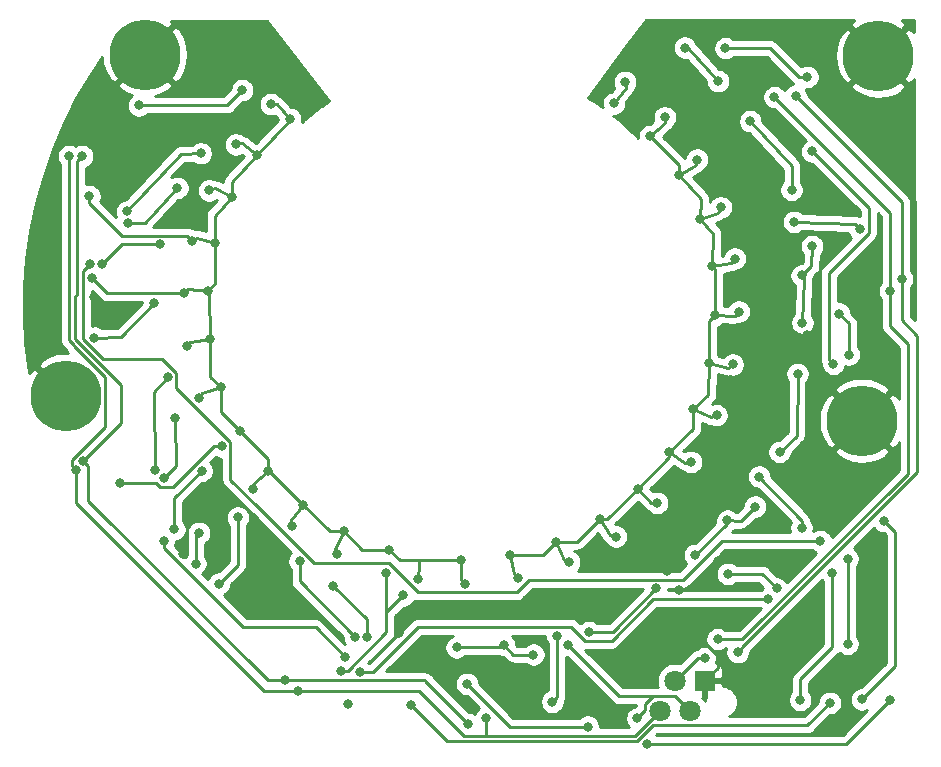
<source format=gbr>
G04 #@! TF.GenerationSoftware,KiCad,Pcbnew,5.1.5-52549c5~84~ubuntu18.04.1*
G04 #@! TF.CreationDate,2020-06-06T17:16:43+02:00*
G04 #@! TF.ProjectId,roboy_3.0_40mm_magnetic_field_calibration,726f626f-795f-4332-9e30-5f34306d6d5f,rev?*
G04 #@! TF.SameCoordinates,Original*
G04 #@! TF.FileFunction,Copper,L2,Bot*
G04 #@! TF.FilePolarity,Positive*
%FSLAX46Y46*%
G04 Gerber Fmt 4.6, Leading zero omitted, Abs format (unit mm)*
G04 Created by KiCad (PCBNEW 5.1.5-52549c5~84~ubuntu18.04.1) date 2020-06-06 17:16:43*
%MOMM*%
%LPD*%
G04 APERTURE LIST*
%ADD10C,1.800000*%
%ADD11R,1.800000X1.800000*%
%ADD12C,6.000000*%
%ADD13C,0.800000*%
%ADD14C,0.254000*%
G04 APERTURE END LIST*
D10*
X155795000Y-120270000D03*
X157065000Y-117730000D03*
X158335000Y-120270000D03*
D11*
X159605000Y-117730000D03*
D12*
X174300000Y-64800000D03*
X172900000Y-95700000D03*
X105500000Y-93600000D03*
X112200000Y-64700000D03*
D13*
X139000000Y-107500000D03*
X139349998Y-109500000D03*
X143102393Y-107104984D03*
X143827579Y-109001456D03*
X147054042Y-105934453D03*
X148127767Y-107657709D03*
X152092550Y-105518136D03*
X150709740Y-104031417D03*
X155576239Y-102661357D03*
X153935156Y-101465805D03*
X156611770Y-98331892D03*
X158450824Y-99192345D03*
X160610676Y-95238572D03*
X158641228Y-94744836D03*
X161976430Y-90945322D03*
X159948957Y-90836446D03*
X162497900Y-86470353D03*
X160486903Y-86750337D03*
X160235299Y-82636657D03*
X162155925Y-81978101D03*
X159203391Y-78646565D03*
X160963071Y-77633636D03*
X158963170Y-73596598D03*
X157429096Y-74926680D03*
X156229710Y-70015331D03*
X154977613Y-71613691D03*
X151939022Y-68829336D03*
X152863133Y-67021431D03*
X132893670Y-106614624D03*
X132661224Y-108631669D03*
X128459359Y-107006366D03*
X129072405Y-105070733D03*
X124644817Y-104609171D03*
X125615935Y-102826075D03*
X122651272Y-99963133D03*
X121357765Y-101528170D03*
X120287353Y-96587107D03*
X118718988Y-97876577D03*
X118611042Y-92822051D03*
X116825450Y-93788571D03*
X117683936Y-88806314D03*
X115746730Y-89414369D03*
X115522466Y-84914704D03*
X117540102Y-84687457D03*
X116160899Y-80454919D03*
X118184826Y-80616831D03*
X117638569Y-76198892D03*
X119594416Y-76744013D03*
X121717077Y-73211312D03*
X119901178Y-72303013D03*
X122865585Y-68910438D03*
X124474810Y-70148539D03*
X142600000Y-114700000D03*
X145100000Y-115500000D03*
X138600000Y-114900000D03*
X163880395Y-102983108D03*
X161526319Y-104144282D03*
X158787891Y-107066784D03*
X168694917Y-80933251D03*
X167808155Y-83403808D03*
X167868435Y-87408352D03*
X157919386Y-64120630D03*
X160744538Y-66959384D03*
X129400000Y-119700000D03*
X107700000Y-83600000D03*
X107500000Y-76700000D03*
X110100000Y-101000000D03*
X128800000Y-116900000D03*
X153900000Y-120900000D03*
X148000000Y-114700000D03*
X116500000Y-107800000D03*
X116800000Y-105200000D03*
X134100000Y-110500000D03*
X135300000Y-109097000D03*
X145400000Y-117200000D03*
X139500000Y-116200000D03*
X165277116Y-103997588D03*
X170404351Y-80692763D03*
X160700000Y-107600000D03*
X168301951Y-88444122D03*
X166300000Y-66900000D03*
X163400000Y-78400000D03*
X107895379Y-85200080D03*
X115400000Y-107000000D03*
X133700000Y-113700000D03*
X173600000Y-89700000D03*
X171900000Y-69400000D03*
X160400000Y-112800000D03*
X166600000Y-114700000D03*
X135800000Y-111300000D03*
X136000000Y-115900000D03*
X155808240Y-105392043D03*
X156400000Y-108400000D03*
X157400000Y-110000000D03*
X118900000Y-102000000D03*
X106900000Y-73300000D03*
X107000000Y-99100000D03*
X124100000Y-117700000D03*
X139600000Y-121400000D03*
X167300000Y-68200000D03*
X176300000Y-83700000D03*
X162400000Y-115300000D03*
X159600000Y-115800000D03*
X105800000Y-73300000D03*
X106400000Y-99900000D03*
X125200000Y-118600000D03*
X141100000Y-120900000D03*
X165500000Y-68300000D03*
X175300000Y-84700000D03*
X160700000Y-114200000D03*
X149800000Y-113600000D03*
X155500000Y-109900000D03*
X146700000Y-119500000D03*
X147100000Y-113900000D03*
X167471442Y-91730358D03*
X165941441Y-98351468D03*
X167809972Y-104749014D03*
X164207621Y-100442848D03*
X166960101Y-76169805D03*
X163461283Y-70344149D03*
X167165690Y-78878630D03*
X172748319Y-79473824D03*
X139485933Y-117985933D03*
X149700000Y-121600000D03*
X154699998Y-123077460D03*
X175315000Y-119350000D03*
X161568847Y-108671197D03*
X165700000Y-109900000D03*
X170983407Y-86630656D03*
X172900000Y-119300000D03*
X174800000Y-104200000D03*
X171800000Y-90100000D03*
X161354057Y-64154782D03*
X168300000Y-66600000D03*
X171700000Y-114600000D03*
X171700000Y-107400000D03*
X170500000Y-90900000D03*
X168700000Y-72900000D03*
X131000000Y-114000000D03*
X128165208Y-109682969D03*
X118500000Y-109500000D03*
X120082359Y-103899682D03*
X130000000Y-114000000D03*
X125300000Y-107600000D03*
X114700000Y-104900000D03*
X117014509Y-99961158D03*
X113794847Y-100584247D03*
X114754530Y-95509623D03*
X107929062Y-88663989D03*
X112957624Y-85734656D03*
X113075507Y-99889589D03*
X114140424Y-92020920D03*
X108600000Y-82400000D03*
X113486726Y-80770412D03*
X110737861Y-78982059D03*
X114953329Y-75998332D03*
X111700000Y-69000000D03*
X120451005Y-67718574D03*
X110702961Y-77982668D03*
X116935035Y-73062175D03*
X170200000Y-119600000D03*
X134700000Y-119800000D03*
X165000000Y-110800000D03*
X130400000Y-116973000D03*
X129188933Y-115711067D03*
X113800000Y-105900000D03*
X167695000Y-119350000D03*
X170400000Y-108600000D03*
X169400000Y-105900000D03*
X107564133Y-82435999D03*
D14*
X139000000Y-107500000D02*
X139000000Y-109150002D01*
X139000000Y-109150002D02*
X139349998Y-109500000D01*
X143102393Y-107104984D02*
X143417229Y-108724671D01*
X143417229Y-108724671D02*
X143827579Y-109001456D01*
X147054042Y-105934453D02*
X147672143Y-107464308D01*
X147672143Y-107464308D02*
X148127767Y-107657709D01*
X150709740Y-104031417D02*
X151608394Y-105415225D01*
X151608394Y-105415225D02*
X152092550Y-105518136D01*
X153935156Y-101465805D02*
X155081342Y-102652718D01*
X155081342Y-102652718D02*
X155576239Y-102661357D01*
X157963371Y-99278296D02*
X158450824Y-99192345D01*
X156611770Y-98331892D02*
X157963371Y-99278296D01*
X158641228Y-94744836D02*
X160148579Y-95415955D01*
X160148579Y-95415955D02*
X160610676Y-95238572D01*
X161556669Y-91207618D02*
X161976430Y-90945322D01*
X159948957Y-90836446D02*
X161556669Y-91207618D01*
X160486903Y-86750337D02*
X162135900Y-86807924D01*
X162135900Y-86807924D02*
X162497900Y-86470353D01*
X161864988Y-82378542D02*
X162155925Y-81978101D01*
X160235299Y-82636657D02*
X161864988Y-82378542D01*
X160753887Y-78082233D02*
X160963071Y-77633636D01*
X159203391Y-78646565D02*
X160753887Y-78082233D01*
X157429096Y-74926680D02*
X158843426Y-74076867D01*
X158843426Y-74076867D02*
X158963170Y-73596598D01*
X154977613Y-71613691D02*
X156203805Y-70509624D01*
X156203805Y-70509624D02*
X156229710Y-70015331D01*
X152932020Y-67511585D02*
X152863133Y-67021431D01*
X151939022Y-68829336D02*
X152932020Y-67511585D01*
X128310518Y-106534303D02*
X128459359Y-107006366D01*
X129072405Y-105070733D02*
X128310518Y-106534303D01*
X124588784Y-104117381D02*
X124644817Y-104609171D01*
X125615935Y-102826075D02*
X124588784Y-104117381D01*
X122651272Y-99963133D02*
X121396599Y-101034724D01*
X121396599Y-101034724D02*
X121357765Y-101528170D01*
X117046304Y-93345604D02*
X116825450Y-93788571D01*
X118611042Y-92822051D02*
X117046304Y-93345604D01*
X116048048Y-89021682D02*
X115746730Y-89414369D01*
X117683936Y-88806314D02*
X116048048Y-89021682D01*
X117540102Y-84687457D02*
X115893176Y-84586726D01*
X115893176Y-84586726D02*
X115522466Y-84914704D01*
X118184826Y-80616831D02*
X116587379Y-80203702D01*
X116587379Y-80203702D02*
X116160899Y-80454919D01*
X119594416Y-76744013D02*
X118105148Y-76033667D01*
X118105148Y-76033667D02*
X117638569Y-76198892D01*
X120390711Y-72229851D02*
X119901178Y-72303013D01*
X121717077Y-73211312D02*
X120390711Y-72229851D01*
X124474810Y-70148539D02*
X123360084Y-68932028D01*
X123360084Y-68932028D02*
X122865585Y-68910438D01*
X142600000Y-114700000D02*
X143400000Y-115500000D01*
X143400000Y-115500000D02*
X145100000Y-115500000D01*
X142400000Y-114900000D02*
X142600000Y-114700000D01*
X138600000Y-114900000D02*
X142400000Y-114900000D01*
X145883511Y-107104984D02*
X147054042Y-105934453D01*
X143102393Y-107104984D02*
X145883511Y-107104984D01*
X148806704Y-105934453D02*
X150709740Y-104031417D01*
X147054042Y-105934453D02*
X148806704Y-105934453D01*
X162657517Y-104164027D02*
X163880395Y-102983108D01*
X158787891Y-107066784D02*
X161521382Y-104427082D01*
X158641228Y-94744838D02*
X159901987Y-93527336D01*
X158612337Y-96399966D02*
X158641228Y-94744838D01*
X161526319Y-104144282D02*
X162657517Y-104164027D01*
X156611768Y-98331893D02*
X158612337Y-96399966D01*
X159901987Y-93527336D02*
X159948957Y-90836447D01*
X161521382Y-104427082D02*
X161526319Y-104144282D01*
X167868435Y-87408352D02*
X168001053Y-83610667D01*
X160235298Y-82636659D02*
X160332358Y-79857235D01*
X167808155Y-83403808D02*
X168635587Y-82632215D01*
X159264558Y-76894972D02*
X157429097Y-74926680D01*
X168001053Y-83610667D02*
X167808155Y-83403808D01*
X160332358Y-79857235D02*
X159203392Y-78646567D01*
X159203392Y-78646567D02*
X159264558Y-76894972D01*
X168635587Y-82632215D02*
X168694917Y-80933251D01*
X158201842Y-64135433D02*
X157919386Y-64120630D01*
X160744538Y-66959384D02*
X158201842Y-64135433D01*
X133779046Y-107500000D02*
X132893670Y-106614624D01*
X130616296Y-106614624D02*
X129072405Y-105070733D01*
X132893670Y-106614624D02*
X130616296Y-106614624D01*
X127860593Y-105070733D02*
X125615935Y-102826075D01*
X129072405Y-105070733D02*
X127860593Y-105070733D01*
X122752993Y-99963133D02*
X122651272Y-99963133D01*
X125615935Y-102826075D02*
X122752993Y-99963133D01*
X120287353Y-96587106D02*
X118649147Y-95005109D01*
X118649147Y-95005109D02*
X118611041Y-92822050D01*
X118611041Y-92822050D02*
X117739337Y-91980255D01*
X117739337Y-91980255D02*
X117683936Y-88806313D01*
X117683936Y-88806313D02*
X117613274Y-84758118D01*
X121717078Y-73211310D02*
X124478361Y-70250197D01*
X119594416Y-76744011D02*
X119552125Y-75532938D01*
X119552125Y-75532938D02*
X121717078Y-73211310D01*
X118105347Y-78340843D02*
X119594416Y-76744011D01*
X118184826Y-80616830D02*
X118105347Y-78340843D01*
X122651272Y-98951026D02*
X120287353Y-96587107D01*
X122651272Y-99963133D02*
X122651272Y-98951026D01*
X118184826Y-84042733D02*
X118184826Y-80616831D01*
X117540102Y-84687457D02*
X118184826Y-84042733D01*
X151369544Y-104031417D02*
X153935156Y-101465805D01*
X150709740Y-104031417D02*
X151369544Y-104031417D01*
X159948957Y-87288283D02*
X160486903Y-86750337D01*
X159948957Y-90836446D02*
X159948957Y-87288283D01*
X109014704Y-84914704D02*
X115522466Y-84914704D01*
X107700000Y-83600000D02*
X109014704Y-84914704D01*
X157429096Y-74065174D02*
X154977613Y-71613691D01*
X157429096Y-74926680D02*
X157429096Y-74065174D01*
X115760900Y-80054920D02*
X116160899Y-80454919D01*
X115749391Y-80043411D02*
X115760900Y-80054920D01*
X110277726Y-80043411D02*
X115749391Y-80043411D01*
X107500000Y-77265685D02*
X110277726Y-80043411D01*
X107500000Y-76700000D02*
X107500000Y-77265685D01*
X118153303Y-97876577D02*
X118718988Y-97876577D01*
X114588457Y-101311248D02*
X118023128Y-97876577D01*
X113134638Y-101000000D02*
X113445886Y-101311248D01*
X118023128Y-97876577D02*
X118153303Y-97876577D01*
X113445886Y-101311248D02*
X114588457Y-101311248D01*
X110100000Y-101000000D02*
X113134638Y-101000000D01*
X132661224Y-109197354D02*
X132661224Y-108631669D01*
X129365685Y-116900000D02*
X132661224Y-113604461D01*
X128800000Y-116900000D02*
X129365685Y-116900000D01*
X160486903Y-82888261D02*
X160235299Y-82636657D01*
X160486903Y-86750337D02*
X160486903Y-82888261D01*
X156611770Y-98789191D02*
X156611770Y-98331892D01*
X153935156Y-101465805D02*
X156611770Y-98789191D01*
X157435001Y-119370001D02*
X158335000Y-120270000D01*
X157107999Y-119042999D02*
X157435001Y-119370001D01*
X155206039Y-119042999D02*
X157107999Y-119042999D01*
X154567999Y-119681039D02*
X155206039Y-119042999D01*
X154567999Y-120232001D02*
X154567999Y-119681039D01*
X153900000Y-120900000D02*
X154567999Y-120232001D01*
X152342999Y-119042999D02*
X155300000Y-119042999D01*
X148000000Y-114700000D02*
X152342999Y-119042999D01*
X116500000Y-107800000D02*
X116500000Y-105500000D01*
X116500000Y-105500000D02*
X116800000Y-105200000D01*
X132661224Y-111938776D02*
X134100000Y-110500000D01*
X132661224Y-111938776D02*
X132661224Y-109197354D01*
X132661224Y-113604461D02*
X132661224Y-111938776D01*
X135400000Y-108431315D02*
X135400000Y-107500000D01*
X135300000Y-108531315D02*
X135400000Y-108431315D01*
X139000000Y-107500000D02*
X135400000Y-107500000D01*
X135300000Y-109097000D02*
X135300000Y-108531315D01*
X135400000Y-107500000D02*
X133779046Y-107500000D01*
X163570000Y-117730000D02*
X166600000Y-114700000D01*
X159605000Y-117730000D02*
X163570000Y-117730000D01*
X159605000Y-113595000D02*
X160400000Y-112800000D01*
X159605000Y-117730000D02*
X159605000Y-117695000D01*
X159605000Y-117695000D02*
X160700000Y-116600000D01*
X160700000Y-116600000D02*
X160700000Y-115600000D01*
X159605000Y-114505000D02*
X159605000Y-113595000D01*
X160700000Y-115600000D02*
X159605000Y-114505000D01*
X155808240Y-105392043D02*
X156400000Y-105983803D01*
X156400000Y-105983803D02*
X156400000Y-108400000D01*
X107399999Y-99499999D02*
X107399999Y-102499999D01*
X107000000Y-99100000D02*
X107399999Y-99499999D01*
X107399999Y-102499999D02*
X122600000Y-117700000D01*
X122600000Y-117700000D02*
X124100000Y-117700000D01*
X124100000Y-117700000D02*
X135924038Y-117700000D01*
X135924038Y-117700000D02*
X135924038Y-117724038D01*
X135924038Y-117724038D02*
X139600000Y-121400000D01*
X167300000Y-68200000D02*
X176300000Y-77200000D01*
X176300000Y-77200000D02*
X176300000Y-83700000D01*
X157065000Y-117730000D02*
X158995000Y-115800000D01*
X158995000Y-115800000D02*
X159600000Y-115800000D01*
X162771034Y-114928966D02*
X162400000Y-115300000D01*
X177600000Y-100042067D02*
X162771034Y-114871034D01*
X162771034Y-114871034D02*
X162771034Y-114928966D01*
X177600000Y-88500000D02*
X177600000Y-100042067D01*
X176300000Y-83700000D02*
X176300000Y-87200000D01*
X176300000Y-87200000D02*
X177600000Y-88500000D01*
X106500001Y-73699999D02*
X106500001Y-84999999D01*
X106900000Y-73300000D02*
X106500001Y-73699999D01*
X110200000Y-95900000D02*
X107000000Y-99100000D01*
X106300000Y-85200000D02*
X106300000Y-88752956D01*
X106500001Y-84999999D02*
X106300000Y-85200000D01*
X106300000Y-88752956D02*
X110200000Y-92652956D01*
X110200000Y-92652956D02*
X110200000Y-95900000D01*
X106400000Y-99900000D02*
X106400000Y-102700000D01*
X106400000Y-102700000D02*
X122300000Y-118600000D01*
X122300000Y-118600000D02*
X125200000Y-118600000D01*
X125200000Y-118600000D02*
X135400000Y-118600000D01*
X135400000Y-118600000D02*
X139200000Y-122400000D01*
X153665000Y-122400000D02*
X155795000Y-120270000D01*
X141100000Y-121465685D02*
X141100000Y-122400000D01*
X141100000Y-120900000D02*
X141100000Y-121465685D01*
X139200000Y-122400000D02*
X141100000Y-122400000D01*
X141100000Y-122400000D02*
X153665000Y-122400000D01*
X165500000Y-68300000D02*
X175300000Y-78100000D01*
X175300000Y-78100000D02*
X175300000Y-84700000D01*
X175300000Y-87500000D02*
X175300000Y-87600000D01*
X175300000Y-84700000D02*
X175300000Y-87500000D01*
X176800000Y-100200000D02*
X162800000Y-114200000D01*
X176800000Y-89200000D02*
X176800000Y-100200000D01*
X162800000Y-114200000D02*
X160700000Y-114200000D01*
X175300000Y-87500000D02*
X175300000Y-87700000D01*
X175300000Y-87700000D02*
X176800000Y-89200000D01*
X106000001Y-99500001D02*
X106400000Y-99900000D01*
X106000001Y-99024037D02*
X106000001Y-99500001D01*
X108827001Y-96197037D02*
X106000001Y-99024037D01*
X106223962Y-89400000D02*
X108827001Y-92003039D01*
X108827001Y-92003039D02*
X108827001Y-96197037D01*
X105800000Y-88895022D02*
X105800000Y-88800000D01*
X106223962Y-89318984D02*
X105800000Y-88895022D01*
X106223962Y-89400000D02*
X106223962Y-89318984D01*
X105800000Y-73300000D02*
X105800000Y-88800000D01*
X149800000Y-113600000D02*
X151800000Y-113600000D01*
X151800000Y-113600000D02*
X155500000Y-109900000D01*
X146700000Y-119500000D02*
X147100000Y-119100000D01*
X147100000Y-119100000D02*
X147100000Y-113900000D01*
X165941441Y-98351468D02*
X167380120Y-96962151D01*
X167380120Y-96962151D02*
X167471442Y-91730358D01*
X167819844Y-104183415D02*
X164207621Y-100442848D01*
X167809972Y-104749014D02*
X167819844Y-104183415D01*
X167029900Y-74171024D02*
X163461283Y-70344149D01*
X166960101Y-76169805D02*
X167029900Y-74171024D01*
X172748319Y-79473824D02*
X172362522Y-79060108D01*
X172362522Y-79060108D02*
X167165690Y-78878630D01*
X139485933Y-117985933D02*
X143100000Y-121600000D01*
X143100000Y-121600000D02*
X149700000Y-121600000D01*
X154699998Y-123077460D02*
X171587540Y-123077460D01*
X171587540Y-123077460D02*
X175315000Y-119350000D01*
X161568847Y-108671197D02*
X164471197Y-108671197D01*
X164471197Y-108671197D02*
X165700000Y-109900000D01*
X172900000Y-119300000D02*
X175700000Y-116500000D01*
X175700000Y-116500000D02*
X175700000Y-105100000D01*
X175700000Y-105100000D02*
X174800000Y-104200000D01*
X171800000Y-87447249D02*
X170983407Y-86630656D01*
X171800000Y-90100000D02*
X171800000Y-87447249D01*
X161354057Y-64154782D02*
X165154782Y-64154782D01*
X165154782Y-64154782D02*
X167600000Y-66600000D01*
X167600000Y-66600000D02*
X168300000Y-66600000D01*
X171700000Y-114600000D02*
X171700000Y-107400000D01*
X173475320Y-77675320D02*
X168700000Y-72900000D01*
X173475320Y-79822785D02*
X173475320Y-77675320D01*
X170100001Y-83198104D02*
X173475320Y-79822785D01*
X170500000Y-90900000D02*
X170100001Y-90500001D01*
X170100001Y-90500001D02*
X170100001Y-83198104D01*
X131000000Y-114000000D02*
X131000000Y-112517761D01*
X131000000Y-112517761D02*
X128165208Y-109682969D01*
X118500000Y-109500000D02*
X120082359Y-107917641D01*
X120082359Y-107917641D02*
X120082359Y-103899682D01*
X125300000Y-109300000D02*
X125300000Y-107600000D01*
X130000000Y-114000000D02*
X125300000Y-109300000D01*
X114700000Y-104900000D02*
X114700000Y-102275667D01*
X114700000Y-102275667D02*
X117014509Y-99961158D01*
X113794847Y-100584247D02*
X114824497Y-99518014D01*
X114824497Y-99518014D02*
X114754530Y-95509623D01*
X110166515Y-88624934D02*
X112957624Y-85734656D01*
X107929062Y-88663989D02*
X110166515Y-88624934D01*
X113075507Y-99889589D02*
X112959505Y-93243798D01*
X112959505Y-93243798D02*
X114140424Y-92020920D01*
X108600000Y-82400000D02*
X110229588Y-80770412D01*
X110229588Y-80770412D02*
X113486726Y-80770412D01*
X110737861Y-78982059D02*
X112219197Y-78930330D01*
X112219197Y-78930330D02*
X114953329Y-75998332D01*
X111700000Y-69000000D02*
X119169579Y-69000000D01*
X119169579Y-69000000D02*
X120451005Y-67718574D01*
X115236071Y-73121504D02*
X116935035Y-73062175D01*
X110702961Y-77982668D02*
X115236071Y-73121504D01*
X153853057Y-122854010D02*
X137754010Y-122854010D01*
X155210065Y-121497001D02*
X153853057Y-122854010D01*
X137754010Y-122854010D02*
X134700000Y-119800000D01*
X170200000Y-119600000D02*
X168302999Y-121497001D01*
X168302999Y-121497001D02*
X155210065Y-121497001D01*
X131502962Y-116973000D02*
X130400000Y-116973000D01*
X155242066Y-110800000D02*
X151715065Y-114327001D01*
X165000000Y-110800000D02*
X155242066Y-110800000D01*
X151715065Y-114327001D02*
X149451039Y-114327001D01*
X149451039Y-114327001D02*
X148272557Y-113148519D01*
X148272557Y-113148519D02*
X135327443Y-113148519D01*
X135327443Y-113148519D02*
X131502962Y-116973000D01*
X129188933Y-115711067D02*
X126677866Y-113200000D01*
X113800000Y-106475962D02*
X113800000Y-105900000D01*
X126677866Y-113200000D02*
X120524038Y-113200000D01*
X120524038Y-113200000D02*
X113800000Y-106475962D01*
X167695000Y-117596000D02*
X170400000Y-114891000D01*
X167695000Y-119350000D02*
X167695000Y-117596000D01*
X170400000Y-114891000D02*
X170400000Y-108600000D01*
X143677996Y-110227001D02*
X136327001Y-110227001D01*
X144731998Y-109172999D02*
X143677996Y-110227001D01*
X157757638Y-109172999D02*
X144731998Y-109172999D01*
X169400000Y-105900000D02*
X161030637Y-105900000D01*
X161030637Y-105900000D02*
X157757638Y-109172999D01*
X126509329Y-107733367D02*
X121775962Y-103000000D01*
X132838884Y-107733367D02*
X126509329Y-107733367D01*
X136327001Y-110227001D02*
X135332518Y-110227001D01*
X135332518Y-110227001D02*
X132838884Y-107733367D01*
X114867425Y-91671959D02*
X113695466Y-90500000D01*
X114867425Y-92906508D02*
X114867425Y-91671959D01*
X121775962Y-103000000D02*
X121753633Y-103000000D01*
X119445989Y-97485072D02*
X114867425Y-92906508D01*
X119445989Y-100692356D02*
X119445989Y-97485072D01*
X121753633Y-103000000D02*
X119445989Y-100692356D01*
X113695466Y-90500000D02*
X110400000Y-90500000D01*
X106972999Y-83027133D02*
X107564133Y-82435999D01*
X106972999Y-88783888D02*
X106972999Y-83027133D01*
X110400000Y-90500000D02*
X108689111Y-90500000D01*
X108689111Y-90500000D02*
X106972999Y-88783888D01*
G36*
X173996063Y-104859774D02*
G01*
X174140226Y-105003937D01*
X174309744Y-105117205D01*
X174498102Y-105195226D01*
X174698061Y-105235000D01*
X174757369Y-105235000D01*
X174938001Y-105415632D01*
X174938000Y-116184369D01*
X172857370Y-118265000D01*
X172798061Y-118265000D01*
X172598102Y-118304774D01*
X172409744Y-118382795D01*
X172240226Y-118496063D01*
X172096063Y-118640226D01*
X171982795Y-118809744D01*
X171904774Y-118998102D01*
X171865000Y-119198061D01*
X171865000Y-119401939D01*
X171904774Y-119601898D01*
X171982795Y-119790256D01*
X172096063Y-119959774D01*
X172240226Y-120103937D01*
X172409744Y-120217205D01*
X172598102Y-120295226D01*
X172798061Y-120335000D01*
X173001939Y-120335000D01*
X173201898Y-120295226D01*
X173355957Y-120231412D01*
X171271910Y-122315460D01*
X155469236Y-122315460D01*
X155525695Y-122259001D01*
X168265576Y-122259001D01*
X168302999Y-122262687D01*
X168340422Y-122259001D01*
X168340425Y-122259001D01*
X168452377Y-122247975D01*
X168596014Y-122204403D01*
X168728391Y-122133646D01*
X168844421Y-122038423D01*
X168868283Y-122009347D01*
X170242630Y-120635000D01*
X170301939Y-120635000D01*
X170501898Y-120595226D01*
X170690256Y-120517205D01*
X170859774Y-120403937D01*
X171003937Y-120259774D01*
X171117205Y-120090256D01*
X171195226Y-119901898D01*
X171235000Y-119701939D01*
X171235000Y-119498061D01*
X171195226Y-119298102D01*
X171117205Y-119109744D01*
X171003937Y-118940226D01*
X170859774Y-118796063D01*
X170690256Y-118682795D01*
X170501898Y-118604774D01*
X170301939Y-118565000D01*
X170098061Y-118565000D01*
X169898102Y-118604774D01*
X169709744Y-118682795D01*
X169540226Y-118796063D01*
X169396063Y-118940226D01*
X169282795Y-119109744D01*
X169204774Y-119298102D01*
X169165000Y-119498061D01*
X169165000Y-119557370D01*
X167987369Y-120735001D01*
X161694613Y-120735001D01*
X161887918Y-120605839D01*
X162080839Y-120412918D01*
X162232416Y-120186067D01*
X162336824Y-119934004D01*
X162390050Y-119666416D01*
X162390050Y-119393584D01*
X162336824Y-119125996D01*
X162232416Y-118873933D01*
X162080839Y-118647082D01*
X161887918Y-118454161D01*
X161661067Y-118302584D01*
X161409004Y-118198176D01*
X161141416Y-118144950D01*
X161140646Y-118144950D01*
X161140000Y-118015750D01*
X160981250Y-117857000D01*
X159732000Y-117857000D01*
X159732000Y-118983982D01*
X159673176Y-119125996D01*
X159619950Y-119393584D01*
X159619950Y-119430137D01*
X159527312Y-119291495D01*
X159410034Y-119174217D01*
X159478000Y-119106250D01*
X159478000Y-117857000D01*
X159458000Y-117857000D01*
X159458000Y-117603000D01*
X159478000Y-117603000D01*
X159478000Y-117583000D01*
X159732000Y-117583000D01*
X159732000Y-117603000D01*
X160981250Y-117603000D01*
X161140000Y-117444250D01*
X161143072Y-116830000D01*
X161130812Y-116705518D01*
X161094502Y-116585820D01*
X161035537Y-116475506D01*
X160956185Y-116378815D01*
X160859494Y-116299463D01*
X160749180Y-116240498D01*
X160629482Y-116204188D01*
X160555859Y-116196937D01*
X160595226Y-116101898D01*
X160635000Y-115901939D01*
X160635000Y-115698061D01*
X160595226Y-115498102D01*
X160517205Y-115309744D01*
X160447214Y-115204995D01*
X160598061Y-115235000D01*
X160801939Y-115235000D01*
X161001898Y-115195226D01*
X161190256Y-115117205D01*
X161359774Y-115003937D01*
X161401711Y-114962000D01*
X161419728Y-114962000D01*
X161404774Y-114998102D01*
X161365000Y-115198061D01*
X161365000Y-115401939D01*
X161404774Y-115601898D01*
X161482795Y-115790256D01*
X161596063Y-115959774D01*
X161740226Y-116103937D01*
X161909744Y-116217205D01*
X162098102Y-116295226D01*
X162298061Y-116335000D01*
X162501939Y-116335000D01*
X162701898Y-116295226D01*
X162890256Y-116217205D01*
X163059774Y-116103937D01*
X163203937Y-115959774D01*
X163317205Y-115790256D01*
X163395226Y-115601898D01*
X163435000Y-115401939D01*
X163435000Y-115303243D01*
X163456295Y-115263403D01*
X169541533Y-109178164D01*
X169596063Y-109259774D01*
X169638001Y-109301712D01*
X169638000Y-114575370D01*
X167182649Y-117030721D01*
X167153579Y-117054578D01*
X167129722Y-117083648D01*
X167129721Y-117083649D01*
X167058355Y-117170608D01*
X166987599Y-117302985D01*
X166944027Y-117446622D01*
X166929314Y-117596000D01*
X166933001Y-117633433D01*
X166933000Y-118648289D01*
X166891063Y-118690226D01*
X166777795Y-118859744D01*
X166699774Y-119048102D01*
X166660000Y-119248061D01*
X166660000Y-119451939D01*
X166699774Y-119651898D01*
X166777795Y-119840256D01*
X166891063Y-120009774D01*
X167035226Y-120153937D01*
X167204744Y-120267205D01*
X167393102Y-120345226D01*
X167593061Y-120385000D01*
X167796939Y-120385000D01*
X167996898Y-120345226D01*
X168185256Y-120267205D01*
X168354774Y-120153937D01*
X168498937Y-120009774D01*
X168612205Y-119840256D01*
X168690226Y-119651898D01*
X168730000Y-119451939D01*
X168730000Y-119248061D01*
X168690226Y-119048102D01*
X168612205Y-118859744D01*
X168498937Y-118690226D01*
X168457000Y-118648289D01*
X168457000Y-117911630D01*
X170912347Y-115456283D01*
X170941422Y-115432422D01*
X170998798Y-115362509D01*
X171040226Y-115403937D01*
X171209744Y-115517205D01*
X171398102Y-115595226D01*
X171598061Y-115635000D01*
X171801939Y-115635000D01*
X172001898Y-115595226D01*
X172190256Y-115517205D01*
X172359774Y-115403937D01*
X172503937Y-115259774D01*
X172617205Y-115090256D01*
X172695226Y-114901898D01*
X172735000Y-114701939D01*
X172735000Y-114498061D01*
X172695226Y-114298102D01*
X172617205Y-114109744D01*
X172503937Y-113940226D01*
X172462000Y-113898289D01*
X172462000Y-108101711D01*
X172503937Y-108059774D01*
X172617205Y-107890256D01*
X172695226Y-107701898D01*
X172735000Y-107501939D01*
X172735000Y-107298061D01*
X172695226Y-107098102D01*
X172617205Y-106909744D01*
X172503937Y-106740226D01*
X172359774Y-106596063D01*
X172218219Y-106501479D01*
X173941533Y-104778164D01*
X173996063Y-104859774D01*
G37*
X173996063Y-104859774D02*
X174140226Y-105003937D01*
X174309744Y-105117205D01*
X174498102Y-105195226D01*
X174698061Y-105235000D01*
X174757369Y-105235000D01*
X174938001Y-105415632D01*
X174938000Y-116184369D01*
X172857370Y-118265000D01*
X172798061Y-118265000D01*
X172598102Y-118304774D01*
X172409744Y-118382795D01*
X172240226Y-118496063D01*
X172096063Y-118640226D01*
X171982795Y-118809744D01*
X171904774Y-118998102D01*
X171865000Y-119198061D01*
X171865000Y-119401939D01*
X171904774Y-119601898D01*
X171982795Y-119790256D01*
X172096063Y-119959774D01*
X172240226Y-120103937D01*
X172409744Y-120217205D01*
X172598102Y-120295226D01*
X172798061Y-120335000D01*
X173001939Y-120335000D01*
X173201898Y-120295226D01*
X173355957Y-120231412D01*
X171271910Y-122315460D01*
X155469236Y-122315460D01*
X155525695Y-122259001D01*
X168265576Y-122259001D01*
X168302999Y-122262687D01*
X168340422Y-122259001D01*
X168340425Y-122259001D01*
X168452377Y-122247975D01*
X168596014Y-122204403D01*
X168728391Y-122133646D01*
X168844421Y-122038423D01*
X168868283Y-122009347D01*
X170242630Y-120635000D01*
X170301939Y-120635000D01*
X170501898Y-120595226D01*
X170690256Y-120517205D01*
X170859774Y-120403937D01*
X171003937Y-120259774D01*
X171117205Y-120090256D01*
X171195226Y-119901898D01*
X171235000Y-119701939D01*
X171235000Y-119498061D01*
X171195226Y-119298102D01*
X171117205Y-119109744D01*
X171003937Y-118940226D01*
X170859774Y-118796063D01*
X170690256Y-118682795D01*
X170501898Y-118604774D01*
X170301939Y-118565000D01*
X170098061Y-118565000D01*
X169898102Y-118604774D01*
X169709744Y-118682795D01*
X169540226Y-118796063D01*
X169396063Y-118940226D01*
X169282795Y-119109744D01*
X169204774Y-119298102D01*
X169165000Y-119498061D01*
X169165000Y-119557370D01*
X167987369Y-120735001D01*
X161694613Y-120735001D01*
X161887918Y-120605839D01*
X162080839Y-120412918D01*
X162232416Y-120186067D01*
X162336824Y-119934004D01*
X162390050Y-119666416D01*
X162390050Y-119393584D01*
X162336824Y-119125996D01*
X162232416Y-118873933D01*
X162080839Y-118647082D01*
X161887918Y-118454161D01*
X161661067Y-118302584D01*
X161409004Y-118198176D01*
X161141416Y-118144950D01*
X161140646Y-118144950D01*
X161140000Y-118015750D01*
X160981250Y-117857000D01*
X159732000Y-117857000D01*
X159732000Y-118983982D01*
X159673176Y-119125996D01*
X159619950Y-119393584D01*
X159619950Y-119430137D01*
X159527312Y-119291495D01*
X159410034Y-119174217D01*
X159478000Y-119106250D01*
X159478000Y-117857000D01*
X159458000Y-117857000D01*
X159458000Y-117603000D01*
X159478000Y-117603000D01*
X159478000Y-117583000D01*
X159732000Y-117583000D01*
X159732000Y-117603000D01*
X160981250Y-117603000D01*
X161140000Y-117444250D01*
X161143072Y-116830000D01*
X161130812Y-116705518D01*
X161094502Y-116585820D01*
X161035537Y-116475506D01*
X160956185Y-116378815D01*
X160859494Y-116299463D01*
X160749180Y-116240498D01*
X160629482Y-116204188D01*
X160555859Y-116196937D01*
X160595226Y-116101898D01*
X160635000Y-115901939D01*
X160635000Y-115698061D01*
X160595226Y-115498102D01*
X160517205Y-115309744D01*
X160447214Y-115204995D01*
X160598061Y-115235000D01*
X160801939Y-115235000D01*
X161001898Y-115195226D01*
X161190256Y-115117205D01*
X161359774Y-115003937D01*
X161401711Y-114962000D01*
X161419728Y-114962000D01*
X161404774Y-114998102D01*
X161365000Y-115198061D01*
X161365000Y-115401939D01*
X161404774Y-115601898D01*
X161482795Y-115790256D01*
X161596063Y-115959774D01*
X161740226Y-116103937D01*
X161909744Y-116217205D01*
X162098102Y-116295226D01*
X162298061Y-116335000D01*
X162501939Y-116335000D01*
X162701898Y-116295226D01*
X162890256Y-116217205D01*
X163059774Y-116103937D01*
X163203937Y-115959774D01*
X163317205Y-115790256D01*
X163395226Y-115601898D01*
X163435000Y-115401939D01*
X163435000Y-115303243D01*
X163456295Y-115263403D01*
X169541533Y-109178164D01*
X169596063Y-109259774D01*
X169638001Y-109301712D01*
X169638000Y-114575370D01*
X167182649Y-117030721D01*
X167153579Y-117054578D01*
X167129722Y-117083648D01*
X167129721Y-117083649D01*
X167058355Y-117170608D01*
X166987599Y-117302985D01*
X166944027Y-117446622D01*
X166929314Y-117596000D01*
X166933001Y-117633433D01*
X166933000Y-118648289D01*
X166891063Y-118690226D01*
X166777795Y-118859744D01*
X166699774Y-119048102D01*
X166660000Y-119248061D01*
X166660000Y-119451939D01*
X166699774Y-119651898D01*
X166777795Y-119840256D01*
X166891063Y-120009774D01*
X167035226Y-120153937D01*
X167204744Y-120267205D01*
X167393102Y-120345226D01*
X167593061Y-120385000D01*
X167796939Y-120385000D01*
X167996898Y-120345226D01*
X168185256Y-120267205D01*
X168354774Y-120153937D01*
X168498937Y-120009774D01*
X168612205Y-119840256D01*
X168690226Y-119651898D01*
X168730000Y-119451939D01*
X168730000Y-119248061D01*
X168690226Y-119048102D01*
X168612205Y-118859744D01*
X168498937Y-118690226D01*
X168457000Y-118648289D01*
X168457000Y-117911630D01*
X170912347Y-115456283D01*
X170941422Y-115432422D01*
X170998798Y-115362509D01*
X171040226Y-115403937D01*
X171209744Y-115517205D01*
X171398102Y-115595226D01*
X171598061Y-115635000D01*
X171801939Y-115635000D01*
X172001898Y-115595226D01*
X172190256Y-115517205D01*
X172359774Y-115403937D01*
X172503937Y-115259774D01*
X172617205Y-115090256D01*
X172695226Y-114901898D01*
X172735000Y-114701939D01*
X172735000Y-114498061D01*
X172695226Y-114298102D01*
X172617205Y-114109744D01*
X172503937Y-113940226D01*
X172462000Y-113898289D01*
X172462000Y-108101711D01*
X172503937Y-108059774D01*
X172617205Y-107890256D01*
X172695226Y-107701898D01*
X172735000Y-107501939D01*
X172735000Y-107298061D01*
X172695226Y-107098102D01*
X172617205Y-106909744D01*
X172503937Y-106740226D01*
X172359774Y-106596063D01*
X172218219Y-106501479D01*
X173941533Y-104778164D01*
X173996063Y-104859774D01*
G36*
X138109744Y-113982795D02*
G01*
X137940226Y-114096063D01*
X137796063Y-114240226D01*
X137682795Y-114409744D01*
X137604774Y-114598102D01*
X137565000Y-114798061D01*
X137565000Y-115001939D01*
X137604774Y-115201898D01*
X137682795Y-115390256D01*
X137796063Y-115559774D01*
X137940226Y-115703937D01*
X138109744Y-115817205D01*
X138298102Y-115895226D01*
X138498061Y-115935000D01*
X138701939Y-115935000D01*
X138901898Y-115895226D01*
X139090256Y-115817205D01*
X139259774Y-115703937D01*
X139301711Y-115662000D01*
X142217888Y-115662000D01*
X142298102Y-115695226D01*
X142498061Y-115735000D01*
X142557369Y-115735000D01*
X142834720Y-116012351D01*
X142858578Y-116041422D01*
X142887648Y-116065279D01*
X142974607Y-116136645D01*
X143035258Y-116169063D01*
X143106985Y-116207402D01*
X143250622Y-116250974D01*
X143362574Y-116262000D01*
X143362577Y-116262000D01*
X143400000Y-116265686D01*
X143437423Y-116262000D01*
X144398289Y-116262000D01*
X144440226Y-116303937D01*
X144609744Y-116417205D01*
X144798102Y-116495226D01*
X144998061Y-116535000D01*
X145201939Y-116535000D01*
X145401898Y-116495226D01*
X145590256Y-116417205D01*
X145759774Y-116303937D01*
X145903937Y-116159774D01*
X146017205Y-115990256D01*
X146095226Y-115801898D01*
X146135000Y-115601939D01*
X146135000Y-115398061D01*
X146095226Y-115198102D01*
X146017205Y-115009744D01*
X145903937Y-114840226D01*
X145759774Y-114696063D01*
X145590256Y-114582795D01*
X145401898Y-114504774D01*
X145201939Y-114465000D01*
X144998061Y-114465000D01*
X144798102Y-114504774D01*
X144609744Y-114582795D01*
X144440226Y-114696063D01*
X144398289Y-114738000D01*
X143715631Y-114738000D01*
X143635000Y-114657369D01*
X143635000Y-114598061D01*
X143595226Y-114398102D01*
X143517205Y-114209744D01*
X143403937Y-114040226D01*
X143274230Y-113910519D01*
X146065000Y-113910519D01*
X146065000Y-114001939D01*
X146104774Y-114201898D01*
X146182795Y-114390256D01*
X146296063Y-114559774D01*
X146338001Y-114601712D01*
X146338000Y-118529669D01*
X146209744Y-118582795D01*
X146040226Y-118696063D01*
X145896063Y-118840226D01*
X145782795Y-119009744D01*
X145704774Y-119198102D01*
X145665000Y-119398061D01*
X145665000Y-119601939D01*
X145704774Y-119801898D01*
X145782795Y-119990256D01*
X145896063Y-120159774D01*
X146040226Y-120303937D01*
X146209744Y-120417205D01*
X146398102Y-120495226D01*
X146598061Y-120535000D01*
X146801939Y-120535000D01*
X147001898Y-120495226D01*
X147190256Y-120417205D01*
X147359774Y-120303937D01*
X147503937Y-120159774D01*
X147617205Y-119990256D01*
X147695226Y-119801898D01*
X147735000Y-119601939D01*
X147735000Y-119527396D01*
X147736645Y-119525392D01*
X147807402Y-119393015D01*
X147850974Y-119249378D01*
X147862000Y-119137426D01*
X147862000Y-119137424D01*
X147865686Y-119100001D01*
X147862000Y-119062578D01*
X147862000Y-115727827D01*
X147898061Y-115735000D01*
X147957370Y-115735000D01*
X151777719Y-119555350D01*
X151801577Y-119584421D01*
X151917607Y-119679644D01*
X152049984Y-119750401D01*
X152193621Y-119793973D01*
X152305573Y-119804999D01*
X152305575Y-119804999D01*
X152342998Y-119808685D01*
X152380421Y-119804999D01*
X153805999Y-119804999D01*
X153805999Y-119865000D01*
X153798061Y-119865000D01*
X153598102Y-119904774D01*
X153409744Y-119982795D01*
X153240226Y-120096063D01*
X153096063Y-120240226D01*
X152982795Y-120409744D01*
X152904774Y-120598102D01*
X152865000Y-120798061D01*
X152865000Y-121001939D01*
X152904774Y-121201898D01*
X152982795Y-121390256D01*
X153096063Y-121559774D01*
X153174289Y-121638000D01*
X150735000Y-121638000D01*
X150735000Y-121498061D01*
X150695226Y-121298102D01*
X150617205Y-121109744D01*
X150503937Y-120940226D01*
X150359774Y-120796063D01*
X150190256Y-120682795D01*
X150001898Y-120604774D01*
X149801939Y-120565000D01*
X149598061Y-120565000D01*
X149398102Y-120604774D01*
X149209744Y-120682795D01*
X149040226Y-120796063D01*
X148998289Y-120838000D01*
X143415630Y-120838000D01*
X140520933Y-117943303D01*
X140520933Y-117883994D01*
X140481159Y-117684035D01*
X140403138Y-117495677D01*
X140289870Y-117326159D01*
X140145707Y-117181996D01*
X139976189Y-117068728D01*
X139787831Y-116990707D01*
X139587872Y-116950933D01*
X139383994Y-116950933D01*
X139184035Y-116990707D01*
X138995677Y-117068728D01*
X138826159Y-117181996D01*
X138681996Y-117326159D01*
X138568728Y-117495677D01*
X138490707Y-117684035D01*
X138450933Y-117883994D01*
X138450933Y-118087872D01*
X138490707Y-118287831D01*
X138568728Y-118476189D01*
X138681996Y-118645707D01*
X138826159Y-118789870D01*
X138995677Y-118903138D01*
X139184035Y-118981159D01*
X139383994Y-119020933D01*
X139443303Y-119020933D01*
X140487108Y-120064738D01*
X140440226Y-120096063D01*
X140296063Y-120240226D01*
X140182795Y-120409744D01*
X140139035Y-120515388D01*
X140090256Y-120482795D01*
X139901898Y-120404774D01*
X139701939Y-120365000D01*
X139642631Y-120365000D01*
X136570380Y-117292750D01*
X136560683Y-117274608D01*
X136465460Y-117158578D01*
X136349430Y-117063355D01*
X136217053Y-116992598D01*
X136073416Y-116949026D01*
X135961464Y-116938000D01*
X135961463Y-116938000D01*
X135924038Y-116934314D01*
X135886612Y-116938000D01*
X132615592Y-116938000D01*
X135643074Y-113910519D01*
X138284232Y-113910519D01*
X138109744Y-113982795D01*
G37*
X138109744Y-113982795D02*
X137940226Y-114096063D01*
X137796063Y-114240226D01*
X137682795Y-114409744D01*
X137604774Y-114598102D01*
X137565000Y-114798061D01*
X137565000Y-115001939D01*
X137604774Y-115201898D01*
X137682795Y-115390256D01*
X137796063Y-115559774D01*
X137940226Y-115703937D01*
X138109744Y-115817205D01*
X138298102Y-115895226D01*
X138498061Y-115935000D01*
X138701939Y-115935000D01*
X138901898Y-115895226D01*
X139090256Y-115817205D01*
X139259774Y-115703937D01*
X139301711Y-115662000D01*
X142217888Y-115662000D01*
X142298102Y-115695226D01*
X142498061Y-115735000D01*
X142557369Y-115735000D01*
X142834720Y-116012351D01*
X142858578Y-116041422D01*
X142887648Y-116065279D01*
X142974607Y-116136645D01*
X143035258Y-116169063D01*
X143106985Y-116207402D01*
X143250622Y-116250974D01*
X143362574Y-116262000D01*
X143362577Y-116262000D01*
X143400000Y-116265686D01*
X143437423Y-116262000D01*
X144398289Y-116262000D01*
X144440226Y-116303937D01*
X144609744Y-116417205D01*
X144798102Y-116495226D01*
X144998061Y-116535000D01*
X145201939Y-116535000D01*
X145401898Y-116495226D01*
X145590256Y-116417205D01*
X145759774Y-116303937D01*
X145903937Y-116159774D01*
X146017205Y-115990256D01*
X146095226Y-115801898D01*
X146135000Y-115601939D01*
X146135000Y-115398061D01*
X146095226Y-115198102D01*
X146017205Y-115009744D01*
X145903937Y-114840226D01*
X145759774Y-114696063D01*
X145590256Y-114582795D01*
X145401898Y-114504774D01*
X145201939Y-114465000D01*
X144998061Y-114465000D01*
X144798102Y-114504774D01*
X144609744Y-114582795D01*
X144440226Y-114696063D01*
X144398289Y-114738000D01*
X143715631Y-114738000D01*
X143635000Y-114657369D01*
X143635000Y-114598061D01*
X143595226Y-114398102D01*
X143517205Y-114209744D01*
X143403937Y-114040226D01*
X143274230Y-113910519D01*
X146065000Y-113910519D01*
X146065000Y-114001939D01*
X146104774Y-114201898D01*
X146182795Y-114390256D01*
X146296063Y-114559774D01*
X146338001Y-114601712D01*
X146338000Y-118529669D01*
X146209744Y-118582795D01*
X146040226Y-118696063D01*
X145896063Y-118840226D01*
X145782795Y-119009744D01*
X145704774Y-119198102D01*
X145665000Y-119398061D01*
X145665000Y-119601939D01*
X145704774Y-119801898D01*
X145782795Y-119990256D01*
X145896063Y-120159774D01*
X146040226Y-120303937D01*
X146209744Y-120417205D01*
X146398102Y-120495226D01*
X146598061Y-120535000D01*
X146801939Y-120535000D01*
X147001898Y-120495226D01*
X147190256Y-120417205D01*
X147359774Y-120303937D01*
X147503937Y-120159774D01*
X147617205Y-119990256D01*
X147695226Y-119801898D01*
X147735000Y-119601939D01*
X147735000Y-119527396D01*
X147736645Y-119525392D01*
X147807402Y-119393015D01*
X147850974Y-119249378D01*
X147862000Y-119137426D01*
X147862000Y-119137424D01*
X147865686Y-119100001D01*
X147862000Y-119062578D01*
X147862000Y-115727827D01*
X147898061Y-115735000D01*
X147957370Y-115735000D01*
X151777719Y-119555350D01*
X151801577Y-119584421D01*
X151917607Y-119679644D01*
X152049984Y-119750401D01*
X152193621Y-119793973D01*
X152305573Y-119804999D01*
X152305575Y-119804999D01*
X152342998Y-119808685D01*
X152380421Y-119804999D01*
X153805999Y-119804999D01*
X153805999Y-119865000D01*
X153798061Y-119865000D01*
X153598102Y-119904774D01*
X153409744Y-119982795D01*
X153240226Y-120096063D01*
X153096063Y-120240226D01*
X152982795Y-120409744D01*
X152904774Y-120598102D01*
X152865000Y-120798061D01*
X152865000Y-121001939D01*
X152904774Y-121201898D01*
X152982795Y-121390256D01*
X153096063Y-121559774D01*
X153174289Y-121638000D01*
X150735000Y-121638000D01*
X150735000Y-121498061D01*
X150695226Y-121298102D01*
X150617205Y-121109744D01*
X150503937Y-120940226D01*
X150359774Y-120796063D01*
X150190256Y-120682795D01*
X150001898Y-120604774D01*
X149801939Y-120565000D01*
X149598061Y-120565000D01*
X149398102Y-120604774D01*
X149209744Y-120682795D01*
X149040226Y-120796063D01*
X148998289Y-120838000D01*
X143415630Y-120838000D01*
X140520933Y-117943303D01*
X140520933Y-117883994D01*
X140481159Y-117684035D01*
X140403138Y-117495677D01*
X140289870Y-117326159D01*
X140145707Y-117181996D01*
X139976189Y-117068728D01*
X139787831Y-116990707D01*
X139587872Y-116950933D01*
X139383994Y-116950933D01*
X139184035Y-116990707D01*
X138995677Y-117068728D01*
X138826159Y-117181996D01*
X138681996Y-117326159D01*
X138568728Y-117495677D01*
X138490707Y-117684035D01*
X138450933Y-117883994D01*
X138450933Y-118087872D01*
X138490707Y-118287831D01*
X138568728Y-118476189D01*
X138681996Y-118645707D01*
X138826159Y-118789870D01*
X138995677Y-118903138D01*
X139184035Y-118981159D01*
X139383994Y-119020933D01*
X139443303Y-119020933D01*
X140487108Y-120064738D01*
X140440226Y-120096063D01*
X140296063Y-120240226D01*
X140182795Y-120409744D01*
X140139035Y-120515388D01*
X140090256Y-120482795D01*
X139901898Y-120404774D01*
X139701939Y-120365000D01*
X139642631Y-120365000D01*
X136570380Y-117292750D01*
X136560683Y-117274608D01*
X136465460Y-117158578D01*
X136349430Y-117063355D01*
X136217053Y-116992598D01*
X136073416Y-116949026D01*
X135961464Y-116938000D01*
X135961463Y-116938000D01*
X135924038Y-116934314D01*
X135886612Y-116938000D01*
X132615592Y-116938000D01*
X135643074Y-113910519D01*
X138284232Y-113910519D01*
X138109744Y-113982795D01*
G36*
X164329329Y-111593040D02*
G01*
X162484370Y-113438000D01*
X161401711Y-113438000D01*
X161359774Y-113396063D01*
X161190256Y-113282795D01*
X161001898Y-113204774D01*
X160801939Y-113165000D01*
X160598061Y-113165000D01*
X160398102Y-113204774D01*
X160209744Y-113282795D01*
X160040226Y-113396063D01*
X159896063Y-113540226D01*
X159782795Y-113709744D01*
X159704774Y-113898102D01*
X159665000Y-114098061D01*
X159665000Y-114301939D01*
X159704774Y-114501898D01*
X159782795Y-114690256D01*
X159852786Y-114795005D01*
X159701939Y-114765000D01*
X159498061Y-114765000D01*
X159298102Y-114804774D01*
X159109744Y-114882795D01*
X158940226Y-114996063D01*
X158891812Y-115044477D01*
X158845622Y-115049026D01*
X158701985Y-115092598D01*
X158569608Y-115163355D01*
X158453578Y-115258578D01*
X158429721Y-115287648D01*
X157471570Y-116245799D01*
X157216184Y-116195000D01*
X156913816Y-116195000D01*
X156617257Y-116253989D01*
X156337905Y-116369701D01*
X156086495Y-116537688D01*
X155872688Y-116751495D01*
X155704701Y-117002905D01*
X155588989Y-117282257D01*
X155530000Y-117578816D01*
X155530000Y-117881184D01*
X155588989Y-118177743D01*
X155631759Y-118280999D01*
X155243462Y-118280999D01*
X155206039Y-118277313D01*
X155168616Y-118280999D01*
X152658630Y-118280999D01*
X149468589Y-115090958D01*
X149488461Y-115089001D01*
X151677642Y-115089001D01*
X151715065Y-115092687D01*
X151752488Y-115089001D01*
X151752491Y-115089001D01*
X151864443Y-115077975D01*
X152008080Y-115034403D01*
X152140457Y-114963646D01*
X152256487Y-114868423D01*
X152280349Y-114839347D01*
X155557696Y-111562000D01*
X164298289Y-111562000D01*
X164329329Y-111593040D01*
G37*
X164329329Y-111593040D02*
X162484370Y-113438000D01*
X161401711Y-113438000D01*
X161359774Y-113396063D01*
X161190256Y-113282795D01*
X161001898Y-113204774D01*
X160801939Y-113165000D01*
X160598061Y-113165000D01*
X160398102Y-113204774D01*
X160209744Y-113282795D01*
X160040226Y-113396063D01*
X159896063Y-113540226D01*
X159782795Y-113709744D01*
X159704774Y-113898102D01*
X159665000Y-114098061D01*
X159665000Y-114301939D01*
X159704774Y-114501898D01*
X159782795Y-114690256D01*
X159852786Y-114795005D01*
X159701939Y-114765000D01*
X159498061Y-114765000D01*
X159298102Y-114804774D01*
X159109744Y-114882795D01*
X158940226Y-114996063D01*
X158891812Y-115044477D01*
X158845622Y-115049026D01*
X158701985Y-115092598D01*
X158569608Y-115163355D01*
X158453578Y-115258578D01*
X158429721Y-115287648D01*
X157471570Y-116245799D01*
X157216184Y-116195000D01*
X156913816Y-116195000D01*
X156617257Y-116253989D01*
X156337905Y-116369701D01*
X156086495Y-116537688D01*
X155872688Y-116751495D01*
X155704701Y-117002905D01*
X155588989Y-117282257D01*
X155530000Y-117578816D01*
X155530000Y-117881184D01*
X155588989Y-118177743D01*
X155631759Y-118280999D01*
X155243462Y-118280999D01*
X155206039Y-118277313D01*
X155168616Y-118280999D01*
X152658630Y-118280999D01*
X149468589Y-115090958D01*
X149488461Y-115089001D01*
X151677642Y-115089001D01*
X151715065Y-115092687D01*
X151752488Y-115089001D01*
X151752491Y-115089001D01*
X151864443Y-115077975D01*
X152008080Y-115034403D01*
X152140457Y-114963646D01*
X152256487Y-114868423D01*
X152280349Y-114839347D01*
X155557696Y-111562000D01*
X164298289Y-111562000D01*
X164329329Y-111593040D01*
G36*
X151484370Y-112838000D02*
G01*
X150501711Y-112838000D01*
X150459774Y-112796063D01*
X150290256Y-112682795D01*
X150101898Y-112604774D01*
X149901939Y-112565000D01*
X149698061Y-112565000D01*
X149498102Y-112604774D01*
X149309744Y-112682795D01*
X149140226Y-112796063D01*
X149068979Y-112867310D01*
X148837841Y-112636173D01*
X148813979Y-112607097D01*
X148697949Y-112511874D01*
X148565572Y-112441117D01*
X148421935Y-112397545D01*
X148309983Y-112386519D01*
X148309980Y-112386519D01*
X148272557Y-112382833D01*
X148235134Y-112386519D01*
X135364866Y-112386519D01*
X135327443Y-112382833D01*
X135290020Y-112386519D01*
X135290017Y-112386519D01*
X135178065Y-112397545D01*
X135034428Y-112441117D01*
X135013426Y-112452343D01*
X134902050Y-112511874D01*
X134831263Y-112569968D01*
X134786021Y-112607097D01*
X134762164Y-112636167D01*
X131187332Y-116211000D01*
X131132315Y-116211000D01*
X133173577Y-114169739D01*
X133202646Y-114145883D01*
X133270375Y-114063355D01*
X133297869Y-114029854D01*
X133345776Y-113940226D01*
X133368626Y-113897476D01*
X133412198Y-113753839D01*
X133423224Y-113641887D01*
X133423224Y-113641884D01*
X133426910Y-113604461D01*
X133423224Y-113567038D01*
X133423224Y-112254406D01*
X134142630Y-111535000D01*
X134201939Y-111535000D01*
X134401898Y-111495226D01*
X134590256Y-111417205D01*
X134759774Y-111303937D01*
X134903937Y-111159774D01*
X135017205Y-110990256D01*
X135040247Y-110934629D01*
X135183140Y-110977975D01*
X135295092Y-110989001D01*
X135295094Y-110989001D01*
X135332517Y-110992687D01*
X135369940Y-110989001D01*
X143640573Y-110989001D01*
X143677996Y-110992687D01*
X143715419Y-110989001D01*
X143715422Y-110989001D01*
X143827374Y-110977975D01*
X143971011Y-110934403D01*
X144103388Y-110863646D01*
X144219418Y-110768423D01*
X144243280Y-110739347D01*
X145047629Y-109934999D01*
X154387370Y-109934999D01*
X151484370Y-112838000D01*
G37*
X151484370Y-112838000D02*
X150501711Y-112838000D01*
X150459774Y-112796063D01*
X150290256Y-112682795D01*
X150101898Y-112604774D01*
X149901939Y-112565000D01*
X149698061Y-112565000D01*
X149498102Y-112604774D01*
X149309744Y-112682795D01*
X149140226Y-112796063D01*
X149068979Y-112867310D01*
X148837841Y-112636173D01*
X148813979Y-112607097D01*
X148697949Y-112511874D01*
X148565572Y-112441117D01*
X148421935Y-112397545D01*
X148309983Y-112386519D01*
X148309980Y-112386519D01*
X148272557Y-112382833D01*
X148235134Y-112386519D01*
X135364866Y-112386519D01*
X135327443Y-112382833D01*
X135290020Y-112386519D01*
X135290017Y-112386519D01*
X135178065Y-112397545D01*
X135034428Y-112441117D01*
X135013426Y-112452343D01*
X134902050Y-112511874D01*
X134831263Y-112569968D01*
X134786021Y-112607097D01*
X134762164Y-112636167D01*
X131187332Y-116211000D01*
X131132315Y-116211000D01*
X133173577Y-114169739D01*
X133202646Y-114145883D01*
X133270375Y-114063355D01*
X133297869Y-114029854D01*
X133345776Y-113940226D01*
X133368626Y-113897476D01*
X133412198Y-113753839D01*
X133423224Y-113641887D01*
X133423224Y-113641884D01*
X133426910Y-113604461D01*
X133423224Y-113567038D01*
X133423224Y-112254406D01*
X134142630Y-111535000D01*
X134201939Y-111535000D01*
X134401898Y-111495226D01*
X134590256Y-111417205D01*
X134759774Y-111303937D01*
X134903937Y-111159774D01*
X135017205Y-110990256D01*
X135040247Y-110934629D01*
X135183140Y-110977975D01*
X135295092Y-110989001D01*
X135295094Y-110989001D01*
X135332517Y-110992687D01*
X135369940Y-110989001D01*
X143640573Y-110989001D01*
X143677996Y-110992687D01*
X143715419Y-110989001D01*
X143715422Y-110989001D01*
X143827374Y-110977975D01*
X143971011Y-110934403D01*
X144103388Y-110863646D01*
X144219418Y-110768423D01*
X144243280Y-110739347D01*
X145047629Y-109934999D01*
X154387370Y-109934999D01*
X151484370Y-112838000D01*
G36*
X118228732Y-98793782D02*
G01*
X118417090Y-98871803D01*
X118617049Y-98911577D01*
X118683990Y-98911577D01*
X118683989Y-100654933D01*
X118680303Y-100692356D01*
X118683989Y-100729779D01*
X118683989Y-100729781D01*
X118695015Y-100841733D01*
X118738587Y-100985370D01*
X118766274Y-101037169D01*
X118809344Y-101117748D01*
X118845554Y-101161870D01*
X118904567Y-101233778D01*
X118933643Y-101257640D01*
X121188353Y-103512351D01*
X121212211Y-103541422D01*
X121328241Y-103636645D01*
X121342712Y-103644380D01*
X124567310Y-106868979D01*
X124496063Y-106940226D01*
X124382795Y-107109744D01*
X124304774Y-107298102D01*
X124265000Y-107498061D01*
X124265000Y-107701939D01*
X124304774Y-107901898D01*
X124382795Y-108090256D01*
X124496063Y-108259774D01*
X124538001Y-108301712D01*
X124538000Y-109262576D01*
X124534314Y-109300000D01*
X124538000Y-109337423D01*
X124538000Y-109337425D01*
X124549026Y-109449377D01*
X124592598Y-109593014D01*
X124608490Y-109622745D01*
X124663355Y-109725392D01*
X124702983Y-109773678D01*
X124758578Y-109841422D01*
X124787654Y-109865284D01*
X128965000Y-114042631D01*
X128965000Y-114101939D01*
X129004774Y-114301898D01*
X129082795Y-114490256D01*
X129157385Y-114601888D01*
X127243150Y-112687654D01*
X127219288Y-112658578D01*
X127103258Y-112563355D01*
X126970881Y-112492598D01*
X126827244Y-112449026D01*
X126715292Y-112438000D01*
X126715289Y-112438000D01*
X126677866Y-112434314D01*
X126640443Y-112438000D01*
X120839669Y-112438000D01*
X118869071Y-110467402D01*
X118990256Y-110417205D01*
X119159774Y-110303937D01*
X119303937Y-110159774D01*
X119417205Y-109990256D01*
X119495226Y-109801898D01*
X119535000Y-109601939D01*
X119535000Y-109542630D01*
X120594706Y-108482924D01*
X120623781Y-108459063D01*
X120685124Y-108384316D01*
X120719004Y-108343034D01*
X120763507Y-108259774D01*
X120789761Y-108210656D01*
X120833333Y-108067019D01*
X120844359Y-107955067D01*
X120844359Y-107955064D01*
X120848045Y-107917641D01*
X120844359Y-107880218D01*
X120844359Y-104601393D01*
X120886296Y-104559456D01*
X120999564Y-104389938D01*
X121077585Y-104201580D01*
X121117359Y-104001621D01*
X121117359Y-103797743D01*
X121077585Y-103597784D01*
X120999564Y-103409426D01*
X120886296Y-103239908D01*
X120742133Y-103095745D01*
X120572615Y-102982477D01*
X120384257Y-102904456D01*
X120184298Y-102864682D01*
X119980420Y-102864682D01*
X119780461Y-102904456D01*
X119592103Y-102982477D01*
X119422585Y-103095745D01*
X119278422Y-103239908D01*
X119165154Y-103409426D01*
X119087133Y-103597784D01*
X119047359Y-103797743D01*
X119047359Y-104001621D01*
X119087133Y-104201580D01*
X119165154Y-104389938D01*
X119278422Y-104559456D01*
X119320360Y-104601394D01*
X119320359Y-107602011D01*
X118457370Y-108465000D01*
X118398061Y-108465000D01*
X118198102Y-108504774D01*
X118009744Y-108582795D01*
X117840226Y-108696063D01*
X117696063Y-108840226D01*
X117582795Y-109009744D01*
X117532598Y-109130929D01*
X117067357Y-108665688D01*
X117159774Y-108603937D01*
X117303937Y-108459774D01*
X117417205Y-108290256D01*
X117495226Y-108101898D01*
X117535000Y-107901939D01*
X117535000Y-107698061D01*
X117495226Y-107498102D01*
X117417205Y-107309744D01*
X117303937Y-107140226D01*
X117262000Y-107098289D01*
X117262000Y-106128909D01*
X117290256Y-106117205D01*
X117459774Y-106003937D01*
X117603937Y-105859774D01*
X117717205Y-105690256D01*
X117795226Y-105501898D01*
X117835000Y-105301939D01*
X117835000Y-105098061D01*
X117795226Y-104898102D01*
X117717205Y-104709744D01*
X117603937Y-104540226D01*
X117459774Y-104396063D01*
X117290256Y-104282795D01*
X117101898Y-104204774D01*
X116901939Y-104165000D01*
X116698061Y-104165000D01*
X116498102Y-104204774D01*
X116309744Y-104282795D01*
X116140226Y-104396063D01*
X115996063Y-104540226D01*
X115882795Y-104709744D01*
X115804774Y-104898102D01*
X115765000Y-105098061D01*
X115765000Y-105297966D01*
X115749027Y-105350622D01*
X115734314Y-105500000D01*
X115738001Y-105537433D01*
X115738000Y-107098289D01*
X115696063Y-107140226D01*
X115634312Y-107232644D01*
X114739090Y-106337422D01*
X114795226Y-106201898D01*
X114835000Y-106001939D01*
X114835000Y-105928424D01*
X115001898Y-105895226D01*
X115190256Y-105817205D01*
X115359774Y-105703937D01*
X115503937Y-105559774D01*
X115617205Y-105390256D01*
X115695226Y-105201898D01*
X115735000Y-105001939D01*
X115735000Y-104798061D01*
X115695226Y-104598102D01*
X115617205Y-104409744D01*
X115503937Y-104240226D01*
X115462000Y-104198289D01*
X115462000Y-102591297D01*
X117057140Y-100996158D01*
X117116448Y-100996158D01*
X117316407Y-100956384D01*
X117504765Y-100878363D01*
X117674283Y-100765095D01*
X117818446Y-100620932D01*
X117931714Y-100451414D01*
X118009735Y-100263056D01*
X118049509Y-100063097D01*
X118049509Y-99859219D01*
X118009735Y-99659260D01*
X117931714Y-99470902D01*
X117818446Y-99301384D01*
X117747199Y-99230137D01*
X118201650Y-98775686D01*
X118228732Y-98793782D01*
G37*
X118228732Y-98793782D02*
X118417090Y-98871803D01*
X118617049Y-98911577D01*
X118683990Y-98911577D01*
X118683989Y-100654933D01*
X118680303Y-100692356D01*
X118683989Y-100729779D01*
X118683989Y-100729781D01*
X118695015Y-100841733D01*
X118738587Y-100985370D01*
X118766274Y-101037169D01*
X118809344Y-101117748D01*
X118845554Y-101161870D01*
X118904567Y-101233778D01*
X118933643Y-101257640D01*
X121188353Y-103512351D01*
X121212211Y-103541422D01*
X121328241Y-103636645D01*
X121342712Y-103644380D01*
X124567310Y-106868979D01*
X124496063Y-106940226D01*
X124382795Y-107109744D01*
X124304774Y-107298102D01*
X124265000Y-107498061D01*
X124265000Y-107701939D01*
X124304774Y-107901898D01*
X124382795Y-108090256D01*
X124496063Y-108259774D01*
X124538001Y-108301712D01*
X124538000Y-109262576D01*
X124534314Y-109300000D01*
X124538000Y-109337423D01*
X124538000Y-109337425D01*
X124549026Y-109449377D01*
X124592598Y-109593014D01*
X124608490Y-109622745D01*
X124663355Y-109725392D01*
X124702983Y-109773678D01*
X124758578Y-109841422D01*
X124787654Y-109865284D01*
X128965000Y-114042631D01*
X128965000Y-114101939D01*
X129004774Y-114301898D01*
X129082795Y-114490256D01*
X129157385Y-114601888D01*
X127243150Y-112687654D01*
X127219288Y-112658578D01*
X127103258Y-112563355D01*
X126970881Y-112492598D01*
X126827244Y-112449026D01*
X126715292Y-112438000D01*
X126715289Y-112438000D01*
X126677866Y-112434314D01*
X126640443Y-112438000D01*
X120839669Y-112438000D01*
X118869071Y-110467402D01*
X118990256Y-110417205D01*
X119159774Y-110303937D01*
X119303937Y-110159774D01*
X119417205Y-109990256D01*
X119495226Y-109801898D01*
X119535000Y-109601939D01*
X119535000Y-109542630D01*
X120594706Y-108482924D01*
X120623781Y-108459063D01*
X120685124Y-108384316D01*
X120719004Y-108343034D01*
X120763507Y-108259774D01*
X120789761Y-108210656D01*
X120833333Y-108067019D01*
X120844359Y-107955067D01*
X120844359Y-107955064D01*
X120848045Y-107917641D01*
X120844359Y-107880218D01*
X120844359Y-104601393D01*
X120886296Y-104559456D01*
X120999564Y-104389938D01*
X121077585Y-104201580D01*
X121117359Y-104001621D01*
X121117359Y-103797743D01*
X121077585Y-103597784D01*
X120999564Y-103409426D01*
X120886296Y-103239908D01*
X120742133Y-103095745D01*
X120572615Y-102982477D01*
X120384257Y-102904456D01*
X120184298Y-102864682D01*
X119980420Y-102864682D01*
X119780461Y-102904456D01*
X119592103Y-102982477D01*
X119422585Y-103095745D01*
X119278422Y-103239908D01*
X119165154Y-103409426D01*
X119087133Y-103597784D01*
X119047359Y-103797743D01*
X119047359Y-104001621D01*
X119087133Y-104201580D01*
X119165154Y-104389938D01*
X119278422Y-104559456D01*
X119320360Y-104601394D01*
X119320359Y-107602011D01*
X118457370Y-108465000D01*
X118398061Y-108465000D01*
X118198102Y-108504774D01*
X118009744Y-108582795D01*
X117840226Y-108696063D01*
X117696063Y-108840226D01*
X117582795Y-109009744D01*
X117532598Y-109130929D01*
X117067357Y-108665688D01*
X117159774Y-108603937D01*
X117303937Y-108459774D01*
X117417205Y-108290256D01*
X117495226Y-108101898D01*
X117535000Y-107901939D01*
X117535000Y-107698061D01*
X117495226Y-107498102D01*
X117417205Y-107309744D01*
X117303937Y-107140226D01*
X117262000Y-107098289D01*
X117262000Y-106128909D01*
X117290256Y-106117205D01*
X117459774Y-106003937D01*
X117603937Y-105859774D01*
X117717205Y-105690256D01*
X117795226Y-105501898D01*
X117835000Y-105301939D01*
X117835000Y-105098061D01*
X117795226Y-104898102D01*
X117717205Y-104709744D01*
X117603937Y-104540226D01*
X117459774Y-104396063D01*
X117290256Y-104282795D01*
X117101898Y-104204774D01*
X116901939Y-104165000D01*
X116698061Y-104165000D01*
X116498102Y-104204774D01*
X116309744Y-104282795D01*
X116140226Y-104396063D01*
X115996063Y-104540226D01*
X115882795Y-104709744D01*
X115804774Y-104898102D01*
X115765000Y-105098061D01*
X115765000Y-105297966D01*
X115749027Y-105350622D01*
X115734314Y-105500000D01*
X115738001Y-105537433D01*
X115738000Y-107098289D01*
X115696063Y-107140226D01*
X115634312Y-107232644D01*
X114739090Y-106337422D01*
X114795226Y-106201898D01*
X114835000Y-106001939D01*
X114835000Y-105928424D01*
X115001898Y-105895226D01*
X115190256Y-105817205D01*
X115359774Y-105703937D01*
X115503937Y-105559774D01*
X115617205Y-105390256D01*
X115695226Y-105201898D01*
X115735000Y-105001939D01*
X115735000Y-104798061D01*
X115695226Y-104598102D01*
X115617205Y-104409744D01*
X115503937Y-104240226D01*
X115462000Y-104198289D01*
X115462000Y-102591297D01*
X117057140Y-100996158D01*
X117116448Y-100996158D01*
X117316407Y-100956384D01*
X117504765Y-100878363D01*
X117674283Y-100765095D01*
X117818446Y-100620932D01*
X117931714Y-100451414D01*
X118009735Y-100263056D01*
X118049509Y-100063097D01*
X118049509Y-99859219D01*
X118009735Y-99659260D01*
X117931714Y-99470902D01*
X117818446Y-99301384D01*
X117747199Y-99230137D01*
X118201650Y-98775686D01*
X118228732Y-98793782D01*
G36*
X168740226Y-106703937D02*
G01*
X168909744Y-106817205D01*
X169047927Y-106874443D01*
X166575316Y-109347053D01*
X166503937Y-109240226D01*
X166359774Y-109096063D01*
X166190256Y-108982795D01*
X166001898Y-108904774D01*
X165801939Y-108865000D01*
X165742631Y-108865000D01*
X165036481Y-108158851D01*
X165012619Y-108129775D01*
X164896589Y-108034552D01*
X164764212Y-107963795D01*
X164620575Y-107920223D01*
X164508623Y-107909197D01*
X164508620Y-107909197D01*
X164471197Y-107905511D01*
X164433774Y-107909197D01*
X162270558Y-107909197D01*
X162228621Y-107867260D01*
X162059103Y-107753992D01*
X161870745Y-107675971D01*
X161670786Y-107636197D01*
X161466908Y-107636197D01*
X161266949Y-107675971D01*
X161078591Y-107753992D01*
X160909073Y-107867260D01*
X160764910Y-108011423D01*
X160651642Y-108180941D01*
X160573621Y-108369299D01*
X160533847Y-108569258D01*
X160533847Y-108773136D01*
X160573621Y-108973095D01*
X160651642Y-109161453D01*
X160764910Y-109330971D01*
X160909073Y-109475134D01*
X161078591Y-109588402D01*
X161266949Y-109666423D01*
X161466908Y-109706197D01*
X161670786Y-109706197D01*
X161870745Y-109666423D01*
X162059103Y-109588402D01*
X162228621Y-109475134D01*
X162270558Y-109433197D01*
X164155567Y-109433197D01*
X164577216Y-109854847D01*
X164509744Y-109882795D01*
X164340226Y-109996063D01*
X164298289Y-110038000D01*
X156527827Y-110038000D01*
X156535000Y-110001939D01*
X156535000Y-109934999D01*
X157720215Y-109934999D01*
X157757638Y-109938685D01*
X157795061Y-109934999D01*
X157795064Y-109934999D01*
X157907016Y-109923973D01*
X158050653Y-109880401D01*
X158183030Y-109809644D01*
X158299060Y-109714421D01*
X158322922Y-109685345D01*
X161346267Y-106662000D01*
X168698289Y-106662000D01*
X168740226Y-106703937D01*
G37*
X168740226Y-106703937D02*
X168909744Y-106817205D01*
X169047927Y-106874443D01*
X166575316Y-109347053D01*
X166503937Y-109240226D01*
X166359774Y-109096063D01*
X166190256Y-108982795D01*
X166001898Y-108904774D01*
X165801939Y-108865000D01*
X165742631Y-108865000D01*
X165036481Y-108158851D01*
X165012619Y-108129775D01*
X164896589Y-108034552D01*
X164764212Y-107963795D01*
X164620575Y-107920223D01*
X164508623Y-107909197D01*
X164508620Y-107909197D01*
X164471197Y-107905511D01*
X164433774Y-107909197D01*
X162270558Y-107909197D01*
X162228621Y-107867260D01*
X162059103Y-107753992D01*
X161870745Y-107675971D01*
X161670786Y-107636197D01*
X161466908Y-107636197D01*
X161266949Y-107675971D01*
X161078591Y-107753992D01*
X160909073Y-107867260D01*
X160764910Y-108011423D01*
X160651642Y-108180941D01*
X160573621Y-108369299D01*
X160533847Y-108569258D01*
X160533847Y-108773136D01*
X160573621Y-108973095D01*
X160651642Y-109161453D01*
X160764910Y-109330971D01*
X160909073Y-109475134D01*
X161078591Y-109588402D01*
X161266949Y-109666423D01*
X161466908Y-109706197D01*
X161670786Y-109706197D01*
X161870745Y-109666423D01*
X162059103Y-109588402D01*
X162228621Y-109475134D01*
X162270558Y-109433197D01*
X164155567Y-109433197D01*
X164577216Y-109854847D01*
X164509744Y-109882795D01*
X164340226Y-109996063D01*
X164298289Y-110038000D01*
X156527827Y-110038000D01*
X156535000Y-110001939D01*
X156535000Y-109934999D01*
X157720215Y-109934999D01*
X157757638Y-109938685D01*
X157795061Y-109934999D01*
X157795064Y-109934999D01*
X157907016Y-109923973D01*
X158050653Y-109880401D01*
X158183030Y-109809644D01*
X158299060Y-109714421D01*
X158322922Y-109685345D01*
X161346267Y-106662000D01*
X168698289Y-106662000D01*
X168740226Y-106703937D01*
G36*
X172257106Y-61772132D02*
G01*
X171920919Y-62241314D01*
X174300000Y-64620395D01*
X176679081Y-62241314D01*
X176342894Y-61772132D01*
X176320440Y-61760000D01*
X177341054Y-61760000D01*
X177342683Y-62779279D01*
X177327868Y-62757106D01*
X176858686Y-62420919D01*
X174479605Y-64800000D01*
X176858686Y-67179081D01*
X177327868Y-66842894D01*
X177349111Y-66803577D01*
X177381700Y-87204070D01*
X177062000Y-86884370D01*
X177062000Y-84401711D01*
X177103937Y-84359774D01*
X177217205Y-84190256D01*
X177295226Y-84001898D01*
X177335000Y-83801939D01*
X177335000Y-83598061D01*
X177295226Y-83398102D01*
X177217205Y-83209744D01*
X177103937Y-83040226D01*
X177062000Y-82998289D01*
X177062000Y-77237422D01*
X177065686Y-77199999D01*
X177062000Y-77162574D01*
X177050974Y-77050622D01*
X177007402Y-76906985D01*
X176936645Y-76774608D01*
X176841422Y-76658578D01*
X176812353Y-76634722D01*
X168335000Y-68157370D01*
X168335000Y-68098061D01*
X168295226Y-67898102D01*
X168217205Y-67709744D01*
X168162542Y-67627935D01*
X168198061Y-67635000D01*
X168401939Y-67635000D01*
X168601898Y-67595226D01*
X168790256Y-67517205D01*
X168959774Y-67403937D01*
X169005025Y-67358686D01*
X171920919Y-67358686D01*
X172257106Y-67827868D01*
X172887068Y-68168237D01*
X173571327Y-68379166D01*
X174283589Y-68452550D01*
X174996482Y-68385569D01*
X175682609Y-68180796D01*
X176315603Y-67846102D01*
X176342894Y-67827868D01*
X176679081Y-67358686D01*
X174300000Y-64979605D01*
X171920919Y-67358686D01*
X169005025Y-67358686D01*
X169103937Y-67259774D01*
X169217205Y-67090256D01*
X169295226Y-66901898D01*
X169335000Y-66701939D01*
X169335000Y-66498061D01*
X169295226Y-66298102D01*
X169217205Y-66109744D01*
X169103937Y-65940226D01*
X168959774Y-65796063D01*
X168790256Y-65682795D01*
X168601898Y-65604774D01*
X168401939Y-65565000D01*
X168198061Y-65565000D01*
X167998102Y-65604774D01*
X167809744Y-65682795D01*
X167780180Y-65702549D01*
X166861220Y-64783589D01*
X170647450Y-64783589D01*
X170714431Y-65496482D01*
X170919204Y-66182609D01*
X171253898Y-66815603D01*
X171272132Y-66842894D01*
X171741314Y-67179081D01*
X174120395Y-64800000D01*
X171741314Y-62420919D01*
X171272132Y-62757106D01*
X170931763Y-63387068D01*
X170720834Y-64071327D01*
X170647450Y-64783589D01*
X166861220Y-64783589D01*
X165720066Y-63642436D01*
X165696204Y-63613360D01*
X165580174Y-63518137D01*
X165447797Y-63447380D01*
X165304160Y-63403808D01*
X165192208Y-63392782D01*
X165192205Y-63392782D01*
X165154782Y-63389096D01*
X165117359Y-63392782D01*
X162055768Y-63392782D01*
X162013831Y-63350845D01*
X161844313Y-63237577D01*
X161655955Y-63159556D01*
X161455996Y-63119782D01*
X161252118Y-63119782D01*
X161052159Y-63159556D01*
X160863801Y-63237577D01*
X160694283Y-63350845D01*
X160550120Y-63495008D01*
X160436852Y-63664526D01*
X160358831Y-63852884D01*
X160319057Y-64052843D01*
X160319057Y-64256721D01*
X160358831Y-64456680D01*
X160436852Y-64645038D01*
X160550120Y-64814556D01*
X160694283Y-64958719D01*
X160863801Y-65071987D01*
X161052159Y-65150008D01*
X161252118Y-65189782D01*
X161455996Y-65189782D01*
X161655955Y-65150008D01*
X161844313Y-65071987D01*
X162013831Y-64958719D01*
X162055768Y-64916782D01*
X164839152Y-64916782D01*
X167034721Y-67112352D01*
X167058578Y-67141422D01*
X167108915Y-67182732D01*
X166998102Y-67204774D01*
X166809744Y-67282795D01*
X166640226Y-67396063D01*
X166496063Y-67540226D01*
X166382795Y-67709744D01*
X166370393Y-67739685D01*
X166303937Y-67640226D01*
X166159774Y-67496063D01*
X165990256Y-67382795D01*
X165801898Y-67304774D01*
X165601939Y-67265000D01*
X165398061Y-67265000D01*
X165198102Y-67304774D01*
X165009744Y-67382795D01*
X164840226Y-67496063D01*
X164696063Y-67640226D01*
X164582795Y-67809744D01*
X164504774Y-67998102D01*
X164465000Y-68198061D01*
X164465000Y-68401939D01*
X164504774Y-68601898D01*
X164582795Y-68790256D01*
X164696063Y-68959774D01*
X164840226Y-69103937D01*
X165009744Y-69217205D01*
X165198102Y-69295226D01*
X165398061Y-69335000D01*
X165457370Y-69335000D01*
X168147053Y-72024684D01*
X168040226Y-72096063D01*
X167896063Y-72240226D01*
X167782795Y-72409744D01*
X167704774Y-72598102D01*
X167665000Y-72798061D01*
X167665000Y-73001939D01*
X167704774Y-73201898D01*
X167782795Y-73390256D01*
X167896063Y-73559774D01*
X168040226Y-73703937D01*
X168209744Y-73817205D01*
X168398102Y-73895226D01*
X168598061Y-73935000D01*
X168657370Y-73935000D01*
X172713321Y-77990952D01*
X172713321Y-78382672D01*
X172680046Y-78363364D01*
X172538017Y-78314805D01*
X172426518Y-78299879D01*
X172426516Y-78299879D01*
X172389243Y-78294889D01*
X172351711Y-78297267D01*
X167892312Y-78141541D01*
X167825464Y-78074693D01*
X167655946Y-77961425D01*
X167467588Y-77883404D01*
X167267629Y-77843630D01*
X167063751Y-77843630D01*
X166863792Y-77883404D01*
X166675434Y-77961425D01*
X166505916Y-78074693D01*
X166361753Y-78218856D01*
X166248485Y-78388374D01*
X166170464Y-78576732D01*
X166130690Y-78776691D01*
X166130690Y-78980569D01*
X166170464Y-79180528D01*
X166248485Y-79368886D01*
X166361753Y-79538404D01*
X166505916Y-79682567D01*
X166675434Y-79795835D01*
X166863792Y-79873856D01*
X167063751Y-79913630D01*
X167267629Y-79913630D01*
X167467588Y-79873856D01*
X167655946Y-79795835D01*
X167825464Y-79682567D01*
X167843275Y-79664756D01*
X171763839Y-79801665D01*
X171831114Y-79964080D01*
X171944382Y-80133598D01*
X172015629Y-80204845D01*
X169587650Y-82632825D01*
X169558580Y-82656682D01*
X169534723Y-82685752D01*
X169534722Y-82685753D01*
X169463356Y-82772712D01*
X169392600Y-82905089D01*
X169349028Y-83048726D01*
X169334315Y-83198104D01*
X169338002Y-83235537D01*
X169338001Y-90462578D01*
X169334315Y-90500001D01*
X169338001Y-90537424D01*
X169338001Y-90537426D01*
X169349027Y-90649378D01*
X169392599Y-90793015D01*
X169419521Y-90843383D01*
X169463356Y-90925393D01*
X169465000Y-90927396D01*
X169465000Y-91001939D01*
X169504774Y-91201898D01*
X169582795Y-91390256D01*
X169696063Y-91559774D01*
X169840226Y-91703937D01*
X170009744Y-91817205D01*
X170198102Y-91895226D01*
X170398061Y-91935000D01*
X170601939Y-91935000D01*
X170801898Y-91895226D01*
X170990256Y-91817205D01*
X171159774Y-91703937D01*
X171303937Y-91559774D01*
X171417205Y-91390256D01*
X171495226Y-91201898D01*
X171515746Y-91098736D01*
X171698061Y-91135000D01*
X171901939Y-91135000D01*
X172101898Y-91095226D01*
X172290256Y-91017205D01*
X172459774Y-90903937D01*
X172603937Y-90759774D01*
X172717205Y-90590256D01*
X172795226Y-90401898D01*
X172835000Y-90201939D01*
X172835000Y-89998061D01*
X172795226Y-89798102D01*
X172717205Y-89609744D01*
X172603937Y-89440226D01*
X172562000Y-89398289D01*
X172562000Y-87484672D01*
X172565686Y-87447249D01*
X172560120Y-87390739D01*
X172550974Y-87297871D01*
X172507402Y-87154234D01*
X172458826Y-87063355D01*
X172436645Y-87021856D01*
X172365279Y-86934897D01*
X172341422Y-86905827D01*
X172312351Y-86881969D01*
X172018407Y-86588025D01*
X172018407Y-86528717D01*
X171978633Y-86328758D01*
X171900612Y-86140400D01*
X171787344Y-85970882D01*
X171643181Y-85826719D01*
X171473663Y-85713451D01*
X171285305Y-85635430D01*
X171085346Y-85595656D01*
X170881468Y-85595656D01*
X170862001Y-85599528D01*
X170862001Y-83513734D01*
X173987673Y-80388063D01*
X174016742Y-80364207D01*
X174058233Y-80313650D01*
X174111965Y-80248178D01*
X174153447Y-80170569D01*
X174182722Y-80115800D01*
X174226294Y-79972163D01*
X174237320Y-79860211D01*
X174237320Y-79860208D01*
X174241006Y-79822785D01*
X174237320Y-79785362D01*
X174237320Y-78114951D01*
X174538000Y-78415631D01*
X174538001Y-83998288D01*
X174496063Y-84040226D01*
X174382795Y-84209744D01*
X174304774Y-84398102D01*
X174265000Y-84598061D01*
X174265000Y-84801939D01*
X174304774Y-85001898D01*
X174382795Y-85190256D01*
X174496063Y-85359774D01*
X174538000Y-85401711D01*
X174538001Y-87462565D01*
X174538000Y-87462575D01*
X174538000Y-87662577D01*
X174534314Y-87700000D01*
X174538000Y-87737423D01*
X174538000Y-87737426D01*
X174549026Y-87849378D01*
X174592598Y-87993015D01*
X174663355Y-88125392D01*
X174758578Y-88241422D01*
X174787652Y-88265283D01*
X176038000Y-89515631D01*
X176038000Y-93858201D01*
X175946102Y-93684397D01*
X175927868Y-93657106D01*
X175458686Y-93320919D01*
X173079605Y-95700000D01*
X175458686Y-98079081D01*
X175927868Y-97742894D01*
X176038001Y-97539058D01*
X176038001Y-99884368D01*
X170374443Y-105547927D01*
X170317205Y-105409744D01*
X170203937Y-105240226D01*
X170059774Y-105096063D01*
X169890256Y-104982795D01*
X169701898Y-104904774D01*
X169501939Y-104865000D01*
X169298061Y-104865000D01*
X169098102Y-104904774D01*
X168909744Y-104982795D01*
X168804202Y-105053315D01*
X168805198Y-105050912D01*
X168844972Y-104850953D01*
X168844972Y-104647075D01*
X168805198Y-104447116D01*
X168727177Y-104258758D01*
X168613909Y-104089240D01*
X168573440Y-104048771D01*
X168573310Y-104047165D01*
X168532251Y-103902789D01*
X168463816Y-103769198D01*
X168393979Y-103681007D01*
X168393974Y-103681001D01*
X168370632Y-103651525D01*
X168341988Y-103627168D01*
X165242621Y-100417681D01*
X165242621Y-100340909D01*
X165202847Y-100140950D01*
X165124826Y-99952592D01*
X165011558Y-99783074D01*
X164867395Y-99638911D01*
X164697877Y-99525643D01*
X164509519Y-99447622D01*
X164309560Y-99407848D01*
X164105682Y-99407848D01*
X163905723Y-99447622D01*
X163717365Y-99525643D01*
X163547847Y-99638911D01*
X163403684Y-99783074D01*
X163290416Y-99952592D01*
X163212395Y-100140950D01*
X163172621Y-100340909D01*
X163172621Y-100544787D01*
X163212395Y-100744746D01*
X163290416Y-100933104D01*
X163403684Y-101102622D01*
X163547847Y-101246785D01*
X163717365Y-101360053D01*
X163905723Y-101438074D01*
X164105682Y-101477848D01*
X164147805Y-101477848D01*
X166874916Y-104301855D01*
X166814746Y-104447116D01*
X166774972Y-104647075D01*
X166774972Y-104850953D01*
X166814746Y-105050912D01*
X166850819Y-105138000D01*
X161882147Y-105138000D01*
X161919919Y-105101523D01*
X162016575Y-105061487D01*
X162186093Y-104948219D01*
X162215878Y-104918434D01*
X162606801Y-104925258D01*
X162644154Y-104929596D01*
X162681635Y-104926564D01*
X162681638Y-104926564D01*
X162773011Y-104919172D01*
X162793766Y-104917493D01*
X162852798Y-104900705D01*
X162938141Y-104876435D01*
X163008314Y-104840487D01*
X163071733Y-104807999D01*
X163159924Y-104738162D01*
X163159925Y-104738161D01*
X163189407Y-104714815D01*
X163213768Y-104686166D01*
X163905562Y-104018108D01*
X163982334Y-104018108D01*
X164182293Y-103978334D01*
X164370651Y-103900313D01*
X164540169Y-103787045D01*
X164684332Y-103642882D01*
X164797600Y-103473364D01*
X164875621Y-103285006D01*
X164915395Y-103085047D01*
X164915395Y-102881169D01*
X164875621Y-102681210D01*
X164797600Y-102492852D01*
X164684332Y-102323334D01*
X164540169Y-102179171D01*
X164370651Y-102065903D01*
X164182293Y-101987882D01*
X163982334Y-101948108D01*
X163778456Y-101948108D01*
X163578497Y-101987882D01*
X163390139Y-102065903D01*
X163220621Y-102179171D01*
X163076458Y-102323334D01*
X162963190Y-102492852D01*
X162885169Y-102681210D01*
X162845395Y-102881169D01*
X162845395Y-102923291D01*
X162355234Y-103396635D01*
X162240378Y-103394630D01*
X162186093Y-103340345D01*
X162016575Y-103227077D01*
X161828217Y-103149056D01*
X161628258Y-103109282D01*
X161424380Y-103109282D01*
X161224421Y-103149056D01*
X161036063Y-103227077D01*
X160866545Y-103340345D01*
X160722382Y-103484508D01*
X160609114Y-103654026D01*
X160531093Y-103842384D01*
X160491319Y-104042343D01*
X160491319Y-104246221D01*
X160510721Y-104343762D01*
X158762724Y-106031784D01*
X158685952Y-106031784D01*
X158485993Y-106071558D01*
X158297635Y-106149579D01*
X158128117Y-106262847D01*
X157983954Y-106407010D01*
X157870686Y-106576528D01*
X157792665Y-106764886D01*
X157752891Y-106964845D01*
X157752891Y-107168723D01*
X157792665Y-107368682D01*
X157870686Y-107557040D01*
X157983954Y-107726558D01*
X158055202Y-107797806D01*
X157442008Y-108410999D01*
X148838188Y-108410999D01*
X148931704Y-108317483D01*
X149044972Y-108147965D01*
X149122993Y-107959607D01*
X149162767Y-107759648D01*
X149162767Y-107555770D01*
X149122993Y-107355811D01*
X149044972Y-107167453D01*
X148931704Y-106997935D01*
X148787541Y-106853772D01*
X148618023Y-106740504D01*
X148511675Y-106696453D01*
X148769281Y-106696453D01*
X148806704Y-106700139D01*
X148844127Y-106696453D01*
X148844130Y-106696453D01*
X148956082Y-106685427D01*
X149099719Y-106641855D01*
X149232096Y-106571098D01*
X149348126Y-106475875D01*
X149371988Y-106446799D01*
X150583174Y-105235614D01*
X150948946Y-105798856D01*
X150966236Y-105832247D01*
X150989707Y-105861622D01*
X150989710Y-105861627D01*
X151059930Y-105949513D01*
X151174703Y-106046246D01*
X151215770Y-106068893D01*
X151288613Y-106177910D01*
X151432776Y-106322073D01*
X151602294Y-106435341D01*
X151790652Y-106513362D01*
X151990611Y-106553136D01*
X152194489Y-106553136D01*
X152394448Y-106513362D01*
X152582806Y-106435341D01*
X152752324Y-106322073D01*
X152896487Y-106177910D01*
X153009755Y-106008392D01*
X153087776Y-105820034D01*
X153127550Y-105620075D01*
X153127550Y-105416197D01*
X153087776Y-105216238D01*
X153009755Y-105027880D01*
X152896487Y-104858362D01*
X152752324Y-104714199D01*
X152582806Y-104600931D01*
X152394448Y-104522910D01*
X152194489Y-104483136D01*
X151995455Y-104483136D01*
X153925669Y-102552923D01*
X154507209Y-103155127D01*
X154530553Y-103184607D01*
X154559200Y-103208966D01*
X154559202Y-103208968D01*
X154644902Y-103281841D01*
X154776023Y-103354897D01*
X154776025Y-103354898D01*
X154820371Y-103369200D01*
X154916465Y-103465294D01*
X155085983Y-103578562D01*
X155274341Y-103656583D01*
X155474300Y-103696357D01*
X155678178Y-103696357D01*
X155878137Y-103656583D01*
X156066495Y-103578562D01*
X156236013Y-103465294D01*
X156380176Y-103321131D01*
X156493444Y-103151613D01*
X156571465Y-102963255D01*
X156611239Y-102763296D01*
X156611239Y-102559418D01*
X156571465Y-102359459D01*
X156493444Y-102171101D01*
X156380176Y-102001583D01*
X156236013Y-101857420D01*
X156066495Y-101744152D01*
X155878137Y-101666131D01*
X155678178Y-101626357D01*
X155474300Y-101626357D01*
X155274341Y-101666131D01*
X155212606Y-101691703D01*
X155003463Y-101475128D01*
X156967431Y-99511160D01*
X157495655Y-99881028D01*
X157524192Y-99905509D01*
X157556956Y-99923952D01*
X157556962Y-99923956D01*
X157654992Y-99979137D01*
X157797644Y-100025832D01*
X157843560Y-100031368D01*
X157960568Y-100109550D01*
X158148926Y-100187571D01*
X158348885Y-100227345D01*
X158552763Y-100227345D01*
X158752722Y-100187571D01*
X158941080Y-100109550D01*
X159110598Y-99996282D01*
X159254761Y-99852119D01*
X159368029Y-99682601D01*
X159446050Y-99494243D01*
X159485824Y-99294284D01*
X159485824Y-99090406D01*
X159446050Y-98890447D01*
X159368029Y-98702089D01*
X159254761Y-98532571D01*
X159110598Y-98388408D01*
X158941080Y-98275140D01*
X158879251Y-98249529D01*
X164906441Y-98249529D01*
X164906441Y-98453407D01*
X164946215Y-98653366D01*
X165024236Y-98841724D01*
X165137504Y-99011242D01*
X165281667Y-99155405D01*
X165451185Y-99268673D01*
X165639543Y-99346694D01*
X165839502Y-99386468D01*
X166043380Y-99386468D01*
X166243339Y-99346694D01*
X166431697Y-99268673D01*
X166601215Y-99155405D01*
X166745378Y-99011242D01*
X166858646Y-98841724D01*
X166936667Y-98653366D01*
X166976441Y-98453407D01*
X166976441Y-98411284D01*
X167134461Y-98258686D01*
X170520919Y-98258686D01*
X170857106Y-98727868D01*
X171487068Y-99068237D01*
X172171327Y-99279166D01*
X172883589Y-99352550D01*
X173596482Y-99285569D01*
X174282609Y-99080796D01*
X174915603Y-98746102D01*
X174942894Y-98727868D01*
X175279081Y-98258686D01*
X172900000Y-95879605D01*
X170520919Y-98258686D01*
X167134461Y-98258686D01*
X167882535Y-97536280D01*
X167912010Y-97512939D01*
X167936364Y-97484298D01*
X167936372Y-97484290D01*
X168009244Y-97398590D01*
X168082300Y-97267468D01*
X168128372Y-97124613D01*
X168145689Y-96975514D01*
X168142656Y-96938027D01*
X168164552Y-95683589D01*
X169247450Y-95683589D01*
X169314431Y-96396482D01*
X169519204Y-97082609D01*
X169853898Y-97715603D01*
X169872132Y-97742894D01*
X170341314Y-98079081D01*
X172720395Y-95700000D01*
X170341314Y-93320919D01*
X169872132Y-93657106D01*
X169531763Y-94287068D01*
X169320834Y-94971327D01*
X169247450Y-95683589D01*
X168164552Y-95683589D01*
X168208929Y-93141314D01*
X170520919Y-93141314D01*
X172900000Y-95520395D01*
X175279081Y-93141314D01*
X174942894Y-92672132D01*
X174312932Y-92331763D01*
X173628673Y-92120834D01*
X172916411Y-92047450D01*
X172203518Y-92114431D01*
X171517391Y-92319204D01*
X170884397Y-92653898D01*
X170857106Y-92672132D01*
X170520919Y-93141314D01*
X168208929Y-93141314D01*
X168221094Y-92444417D01*
X168275379Y-92390132D01*
X168388647Y-92220614D01*
X168466668Y-92032256D01*
X168506442Y-91832297D01*
X168506442Y-91628419D01*
X168466668Y-91428460D01*
X168388647Y-91240102D01*
X168275379Y-91070584D01*
X168131216Y-90926421D01*
X167961698Y-90813153D01*
X167773340Y-90735132D01*
X167573381Y-90695358D01*
X167369503Y-90695358D01*
X167169544Y-90735132D01*
X166981186Y-90813153D01*
X166811668Y-90926421D01*
X166667505Y-91070584D01*
X166554237Y-91240102D01*
X166476216Y-91428460D01*
X166436442Y-91628419D01*
X166436442Y-91832297D01*
X166476216Y-92032256D01*
X166554237Y-92220614D01*
X166667505Y-92390132D01*
X166697290Y-92419917D01*
X166623745Y-96633270D01*
X165916273Y-97316468D01*
X165839502Y-97316468D01*
X165639543Y-97356242D01*
X165451185Y-97434263D01*
X165281667Y-97547531D01*
X165137504Y-97691694D01*
X165024236Y-97861212D01*
X164946215Y-98049570D01*
X164906441Y-98249529D01*
X158879251Y-98249529D01*
X158752722Y-98197119D01*
X158552763Y-98157345D01*
X158348885Y-98157345D01*
X158148926Y-98197119D01*
X157960568Y-98275140D01*
X157908709Y-98309791D01*
X157806041Y-98237901D01*
X159114748Y-96974098D01*
X159144227Y-96950754D01*
X159174341Y-96915339D01*
X159241460Y-96836405D01*
X159314516Y-96705284D01*
X159322179Y-96681526D01*
X159341238Y-96622429D01*
X159360589Y-96562429D01*
X159377906Y-96413330D01*
X159374873Y-96375843D01*
X159383019Y-95909217D01*
X159804459Y-96096856D01*
X159837148Y-96115444D01*
X159872833Y-96127297D01*
X159872834Y-96127298D01*
X159979592Y-96162760D01*
X159979594Y-96162760D01*
X159979596Y-96162761D01*
X160054065Y-96172069D01*
X160128533Y-96181378D01*
X160128537Y-96181378D01*
X160174264Y-96178080D01*
X160308778Y-96233798D01*
X160508737Y-96273572D01*
X160712615Y-96273572D01*
X160912574Y-96233798D01*
X161100932Y-96155777D01*
X161270450Y-96042509D01*
X161414613Y-95898346D01*
X161527881Y-95728828D01*
X161605902Y-95540470D01*
X161645676Y-95340511D01*
X161645676Y-95136633D01*
X161605902Y-94936674D01*
X161527881Y-94748316D01*
X161414613Y-94578798D01*
X161270450Y-94434635D01*
X161100932Y-94321367D01*
X160912574Y-94243346D01*
X160712615Y-94203572D01*
X160508737Y-94203572D01*
X160308778Y-94243346D01*
X160218947Y-94280555D01*
X160404397Y-94101469D01*
X160433877Y-94078124D01*
X160458238Y-94049475D01*
X160531111Y-93963775D01*
X160604167Y-93832653D01*
X160650239Y-93689798D01*
X160667556Y-93540699D01*
X160664523Y-93503212D01*
X160694418Y-91790594D01*
X161348790Y-91941668D01*
X161384428Y-91953679D01*
X161466251Y-91964270D01*
X161533284Y-91972947D01*
X161533287Y-91972947D01*
X161683044Y-91962803D01*
X161726867Y-91950958D01*
X161874491Y-91980322D01*
X162078369Y-91980322D01*
X162278328Y-91940548D01*
X162466686Y-91862527D01*
X162636204Y-91749259D01*
X162780367Y-91605096D01*
X162893635Y-91435578D01*
X162971656Y-91247220D01*
X163011430Y-91047261D01*
X163011430Y-90843383D01*
X162971656Y-90643424D01*
X162893635Y-90455066D01*
X162780367Y-90285548D01*
X162636204Y-90141385D01*
X162466686Y-90028117D01*
X162278328Y-89950096D01*
X162078369Y-89910322D01*
X161874491Y-89910322D01*
X161674532Y-89950096D01*
X161486174Y-90028117D01*
X161316656Y-90141385D01*
X161172493Y-90285548D01*
X161142778Y-90330020D01*
X160802932Y-90251560D01*
X160752894Y-90176672D01*
X160710957Y-90134735D01*
X160710957Y-87761047D01*
X160788801Y-87745563D01*
X160977159Y-87667542D01*
X161146677Y-87554274D01*
X161164487Y-87536464D01*
X162071902Y-87568153D01*
X162109179Y-87573143D01*
X162258979Y-87563653D01*
X162357719Y-87537426D01*
X162404047Y-87525121D01*
X162422598Y-87516023D01*
X162444354Y-87505353D01*
X162599839Y-87505353D01*
X162799798Y-87465579D01*
X162988156Y-87387558D01*
X163157674Y-87274290D01*
X163301837Y-87130127D01*
X163415105Y-86960609D01*
X163493126Y-86772251D01*
X163532900Y-86572292D01*
X163532900Y-86368414D01*
X163493126Y-86168455D01*
X163415105Y-85980097D01*
X163301837Y-85810579D01*
X163157674Y-85666416D01*
X162988156Y-85553148D01*
X162799798Y-85475127D01*
X162599839Y-85435353D01*
X162395961Y-85435353D01*
X162196002Y-85475127D01*
X162007644Y-85553148D01*
X161838126Y-85666416D01*
X161693963Y-85810579D01*
X161580695Y-85980097D01*
X161561923Y-86025416D01*
X161248903Y-86014484D01*
X161248903Y-83301869D01*
X166773155Y-83301869D01*
X166773155Y-83505747D01*
X166812929Y-83705706D01*
X166890950Y-83894064D01*
X167004218Y-84063582D01*
X167148381Y-84207745D01*
X167216157Y-84253032D01*
X167131346Y-86681730D01*
X167064498Y-86748578D01*
X166951230Y-86918096D01*
X166873209Y-87106454D01*
X166833435Y-87306413D01*
X166833435Y-87510291D01*
X166873209Y-87710250D01*
X166951230Y-87898608D01*
X167064498Y-88068126D01*
X167208661Y-88212289D01*
X167378179Y-88325557D01*
X167566537Y-88403578D01*
X167766496Y-88443352D01*
X167970374Y-88443352D01*
X168170333Y-88403578D01*
X168358691Y-88325557D01*
X168528209Y-88212289D01*
X168672372Y-88068126D01*
X168785640Y-87898608D01*
X168863661Y-87710250D01*
X168903435Y-87510291D01*
X168903435Y-87306413D01*
X168863661Y-87106454D01*
X168785640Y-86918096D01*
X168672372Y-86748578D01*
X168654561Y-86730767D01*
X168756222Y-83819557D01*
X168803381Y-83705706D01*
X168843155Y-83505747D01*
X168843155Y-83480558D01*
X169127901Y-83215028D01*
X169157783Y-83192202D01*
X169182637Y-83163986D01*
X169182641Y-83163982D01*
X169256998Y-83079567D01*
X169332331Y-82949740D01*
X169380890Y-82807711D01*
X169400807Y-82658937D01*
X169398429Y-82621398D01*
X169432006Y-81659873D01*
X169498854Y-81593025D01*
X169612122Y-81423507D01*
X169690143Y-81235149D01*
X169729917Y-81035190D01*
X169729917Y-80831312D01*
X169690143Y-80631353D01*
X169612122Y-80442995D01*
X169498854Y-80273477D01*
X169354691Y-80129314D01*
X169185173Y-80016046D01*
X168996815Y-79938025D01*
X168796856Y-79898251D01*
X168592978Y-79898251D01*
X168393019Y-79938025D01*
X168204661Y-80016046D01*
X168035143Y-80129314D01*
X167890980Y-80273477D01*
X167777712Y-80442995D01*
X167699691Y-80631353D01*
X167659917Y-80831312D01*
X167659917Y-81035190D01*
X167699691Y-81235149D01*
X167777712Y-81423507D01*
X167890980Y-81593025D01*
X167908791Y-81610836D01*
X167885068Y-82290183D01*
X167800752Y-82368808D01*
X167706216Y-82368808D01*
X167506257Y-82408582D01*
X167317899Y-82486603D01*
X167148381Y-82599871D01*
X167004218Y-82744034D01*
X166890950Y-82913552D01*
X166812929Y-83101910D01*
X166773155Y-83301869D01*
X161248903Y-83301869D01*
X161248903Y-83247617D01*
X161947228Y-83137015D01*
X161984768Y-83134801D01*
X162021152Y-83125306D01*
X162021155Y-83125306D01*
X162130004Y-83096902D01*
X162265056Y-83031397D01*
X162265058Y-83031396D01*
X162300405Y-83004639D01*
X162457823Y-82973327D01*
X162646181Y-82895306D01*
X162815699Y-82782038D01*
X162959862Y-82637875D01*
X163073130Y-82468357D01*
X163151151Y-82279999D01*
X163190925Y-82080040D01*
X163190925Y-81876162D01*
X163151151Y-81676203D01*
X163073130Y-81487845D01*
X162959862Y-81318327D01*
X162815699Y-81174164D01*
X162646181Y-81060896D01*
X162457823Y-80982875D01*
X162257864Y-80943101D01*
X162053986Y-80943101D01*
X161854027Y-80982875D01*
X161665669Y-81060896D01*
X161496151Y-81174164D01*
X161351988Y-81318327D01*
X161238720Y-81487845D01*
X161160699Y-81676203D01*
X161151993Y-81719970D01*
X161029094Y-81739435D01*
X161092587Y-79921232D01*
X161097577Y-79883956D01*
X161088087Y-79734155D01*
X161061074Y-79632457D01*
X161049555Y-79589087D01*
X161031239Y-79551741D01*
X160983460Y-79454319D01*
X160915173Y-79364923D01*
X160915169Y-79364919D01*
X160892345Y-79335039D01*
X160864130Y-79310187D01*
X160545837Y-78968859D01*
X160979336Y-78811079D01*
X161015767Y-78801742D01*
X161082683Y-78769645D01*
X161151104Y-78736827D01*
X161271176Y-78646756D01*
X161300359Y-78614203D01*
X161453327Y-78550841D01*
X161622845Y-78437573D01*
X161767008Y-78293410D01*
X161880276Y-78123892D01*
X161958297Y-77935534D01*
X161998071Y-77735575D01*
X161998071Y-77531697D01*
X161958297Y-77331738D01*
X161880276Y-77143380D01*
X161767008Y-76973862D01*
X161622845Y-76829699D01*
X161453327Y-76716431D01*
X161264969Y-76638410D01*
X161065010Y-76598636D01*
X160861132Y-76598636D01*
X160661173Y-76638410D01*
X160472815Y-76716431D01*
X160303297Y-76829699D01*
X160159134Y-76973862D01*
X160045866Y-77143380D01*
X160015814Y-77215932D01*
X160024787Y-76958970D01*
X160029777Y-76921694D01*
X160020287Y-76771893D01*
X159981754Y-76626822D01*
X159915661Y-76492057D01*
X159847374Y-76402661D01*
X159847373Y-76402660D01*
X159824545Y-76372775D01*
X159796326Y-76347918D01*
X158628143Y-75095195D01*
X159203814Y-74749299D01*
X159237784Y-74733187D01*
X159267955Y-74710760D01*
X159267964Y-74710754D01*
X159358247Y-74643643D01*
X159458926Y-74532316D01*
X159480054Y-74496979D01*
X159481018Y-74495366D01*
X159622944Y-74400535D01*
X159767107Y-74256372D01*
X159880375Y-74086854D01*
X159958396Y-73898496D01*
X159998170Y-73698537D01*
X159998170Y-73494659D01*
X159958396Y-73294700D01*
X159880375Y-73106342D01*
X159767107Y-72936824D01*
X159622944Y-72792661D01*
X159453426Y-72679393D01*
X159265068Y-72601372D01*
X159065109Y-72561598D01*
X158861231Y-72561598D01*
X158661272Y-72601372D01*
X158472914Y-72679393D01*
X158303396Y-72792661D01*
X158159233Y-72936824D01*
X158045965Y-73106342D01*
X157967944Y-73294700D01*
X157929504Y-73487952D01*
X156084221Y-71642669D01*
X156685869Y-71100943D01*
X156716148Y-71078640D01*
X156778262Y-71010557D01*
X156817313Y-70967754D01*
X156894901Y-70839262D01*
X156895915Y-70836459D01*
X156909288Y-70799464D01*
X157033647Y-70675105D01*
X157146915Y-70505587D01*
X157224936Y-70317229D01*
X157239858Y-70242210D01*
X162426283Y-70242210D01*
X162426283Y-70446088D01*
X162466057Y-70646047D01*
X162544078Y-70834405D01*
X162657346Y-71003923D01*
X162801509Y-71148086D01*
X162971027Y-71261354D01*
X163159385Y-71339375D01*
X163359344Y-71379149D01*
X163384533Y-71379149D01*
X166257350Y-74459870D01*
X166223012Y-75443183D01*
X166156164Y-75510031D01*
X166042896Y-75679549D01*
X165964875Y-75867907D01*
X165925101Y-76067866D01*
X165925101Y-76271744D01*
X165964875Y-76471703D01*
X166042896Y-76660061D01*
X166156164Y-76829579D01*
X166300327Y-76973742D01*
X166469845Y-77087010D01*
X166658203Y-77165031D01*
X166858162Y-77204805D01*
X167062040Y-77204805D01*
X167261999Y-77165031D01*
X167450357Y-77087010D01*
X167619875Y-76973742D01*
X167764038Y-76829579D01*
X167877306Y-76660061D01*
X167955327Y-76471703D01*
X167995101Y-76271744D01*
X167995101Y-76067866D01*
X167955327Y-75867907D01*
X167877306Y-75679549D01*
X167764038Y-75510031D01*
X167746227Y-75492220D01*
X167790129Y-74235022D01*
X167795119Y-74197746D01*
X167785629Y-74047945D01*
X167764139Y-73967039D01*
X167747097Y-73902876D01*
X167731506Y-73871086D01*
X167681003Y-73768109D01*
X167612716Y-73678712D01*
X167612707Y-73678702D01*
X167589887Y-73648828D01*
X167561678Y-73623981D01*
X164496283Y-70336746D01*
X164496283Y-70242210D01*
X164456509Y-70042251D01*
X164378488Y-69853893D01*
X164265220Y-69684375D01*
X164121057Y-69540212D01*
X163951539Y-69426944D01*
X163763181Y-69348923D01*
X163563222Y-69309149D01*
X163359344Y-69309149D01*
X163159385Y-69348923D01*
X162971027Y-69426944D01*
X162801509Y-69540212D01*
X162657346Y-69684375D01*
X162544078Y-69853893D01*
X162466057Y-70042251D01*
X162426283Y-70242210D01*
X157239858Y-70242210D01*
X157264710Y-70117270D01*
X157264710Y-69913392D01*
X157224936Y-69713433D01*
X157146915Y-69525075D01*
X157033647Y-69355557D01*
X156889484Y-69211394D01*
X156719966Y-69098126D01*
X156531608Y-69020105D01*
X156331649Y-68980331D01*
X156127771Y-68980331D01*
X155927812Y-69020105D01*
X155739454Y-69098126D01*
X155569936Y-69211394D01*
X155425773Y-69355557D01*
X155312505Y-69525075D01*
X155234484Y-69713433D01*
X155194710Y-69913392D01*
X155194710Y-70117270D01*
X155234484Y-70317229D01*
X155246492Y-70346220D01*
X154988307Y-70578691D01*
X154875674Y-70578691D01*
X154675715Y-70618465D01*
X154487357Y-70696486D01*
X154317839Y-70809754D01*
X154173676Y-70953917D01*
X154060408Y-71123435D01*
X153982387Y-71311793D01*
X153942613Y-71511752D01*
X153942613Y-71715630D01*
X153954727Y-71776531D01*
X153511700Y-71299796D01*
X153496924Y-71285252D01*
X153482535Y-71270326D01*
X153469847Y-71258597D01*
X152147485Y-70067986D01*
X152131478Y-70054815D01*
X152115816Y-70041224D01*
X152102151Y-70030682D01*
X152102136Y-70030670D01*
X152102125Y-70030662D01*
X151880589Y-69864336D01*
X152040961Y-69864336D01*
X152240920Y-69824562D01*
X152429278Y-69746541D01*
X152598796Y-69633273D01*
X152742959Y-69489110D01*
X152856227Y-69319592D01*
X152934248Y-69131234D01*
X152974022Y-68931275D01*
X152974022Y-68727397D01*
X152973175Y-68723139D01*
X153518058Y-68000056D01*
X153543524Y-67972386D01*
X153578389Y-67915212D01*
X153621672Y-67844235D01*
X153673317Y-67703299D01*
X153679724Y-67662267D01*
X153780338Y-67511687D01*
X153858359Y-67323329D01*
X153898133Y-67123370D01*
X153898133Y-66919492D01*
X153858359Y-66719533D01*
X153780338Y-66531175D01*
X153667070Y-66361657D01*
X153522907Y-66217494D01*
X153353389Y-66104226D01*
X153165031Y-66026205D01*
X152965072Y-65986431D01*
X152761194Y-65986431D01*
X152561235Y-66026205D01*
X152372877Y-66104226D01*
X152203359Y-66217494D01*
X152059196Y-66361657D01*
X151945928Y-66531175D01*
X151867907Y-66719533D01*
X151828133Y-66919492D01*
X151828133Y-67123370D01*
X151867907Y-67323329D01*
X151945928Y-67511687D01*
X151960914Y-67534116D01*
X151752083Y-67811243D01*
X151637124Y-67834110D01*
X151448766Y-67912131D01*
X151279248Y-68025399D01*
X151135085Y-68169562D01*
X151021817Y-68339080D01*
X150943796Y-68527438D01*
X150904022Y-68727397D01*
X150904022Y-68931275D01*
X150943796Y-69131234D01*
X150961692Y-69174438D01*
X150679169Y-68962323D01*
X150662061Y-68950631D01*
X150645247Y-68938483D01*
X150630682Y-68929187D01*
X149728125Y-68369603D01*
X152956294Y-64018691D01*
X156884386Y-64018691D01*
X156884386Y-64222569D01*
X156924160Y-64422528D01*
X157002181Y-64610886D01*
X157115449Y-64780404D01*
X157259612Y-64924567D01*
X157429130Y-65037835D01*
X157617488Y-65115856D01*
X157817447Y-65155630D01*
X158021325Y-65155630D01*
X158083860Y-65143191D01*
X159709538Y-66948691D01*
X159709538Y-67061323D01*
X159749312Y-67261282D01*
X159827333Y-67449640D01*
X159940601Y-67619158D01*
X160084764Y-67763321D01*
X160254282Y-67876589D01*
X160442640Y-67954610D01*
X160642599Y-67994384D01*
X160846477Y-67994384D01*
X161046436Y-67954610D01*
X161234794Y-67876589D01*
X161404312Y-67763321D01*
X161548475Y-67619158D01*
X161661743Y-67449640D01*
X161739764Y-67261282D01*
X161779538Y-67061323D01*
X161779538Y-66857445D01*
X161739764Y-66657486D01*
X161661743Y-66469128D01*
X161548475Y-66299610D01*
X161404312Y-66155447D01*
X161234794Y-66042179D01*
X161046436Y-65964158D01*
X160846477Y-65924384D01*
X160837992Y-65924384D01*
X158891232Y-63762288D01*
X158836591Y-63630374D01*
X158723323Y-63460856D01*
X158579160Y-63316693D01*
X158409642Y-63203425D01*
X158221284Y-63125404D01*
X158021325Y-63085630D01*
X157817447Y-63085630D01*
X157617488Y-63125404D01*
X157429130Y-63203425D01*
X157259612Y-63316693D01*
X157115449Y-63460856D01*
X157002181Y-63630374D01*
X156924160Y-63818732D01*
X156884386Y-64018691D01*
X152956294Y-64018691D01*
X154632136Y-61760000D01*
X172275264Y-61760000D01*
X172257106Y-61772132D01*
G37*
X172257106Y-61772132D02*
X171920919Y-62241314D01*
X174300000Y-64620395D01*
X176679081Y-62241314D01*
X176342894Y-61772132D01*
X176320440Y-61760000D01*
X177341054Y-61760000D01*
X177342683Y-62779279D01*
X177327868Y-62757106D01*
X176858686Y-62420919D01*
X174479605Y-64800000D01*
X176858686Y-67179081D01*
X177327868Y-66842894D01*
X177349111Y-66803577D01*
X177381700Y-87204070D01*
X177062000Y-86884370D01*
X177062000Y-84401711D01*
X177103937Y-84359774D01*
X177217205Y-84190256D01*
X177295226Y-84001898D01*
X177335000Y-83801939D01*
X177335000Y-83598061D01*
X177295226Y-83398102D01*
X177217205Y-83209744D01*
X177103937Y-83040226D01*
X177062000Y-82998289D01*
X177062000Y-77237422D01*
X177065686Y-77199999D01*
X177062000Y-77162574D01*
X177050974Y-77050622D01*
X177007402Y-76906985D01*
X176936645Y-76774608D01*
X176841422Y-76658578D01*
X176812353Y-76634722D01*
X168335000Y-68157370D01*
X168335000Y-68098061D01*
X168295226Y-67898102D01*
X168217205Y-67709744D01*
X168162542Y-67627935D01*
X168198061Y-67635000D01*
X168401939Y-67635000D01*
X168601898Y-67595226D01*
X168790256Y-67517205D01*
X168959774Y-67403937D01*
X169005025Y-67358686D01*
X171920919Y-67358686D01*
X172257106Y-67827868D01*
X172887068Y-68168237D01*
X173571327Y-68379166D01*
X174283589Y-68452550D01*
X174996482Y-68385569D01*
X175682609Y-68180796D01*
X176315603Y-67846102D01*
X176342894Y-67827868D01*
X176679081Y-67358686D01*
X174300000Y-64979605D01*
X171920919Y-67358686D01*
X169005025Y-67358686D01*
X169103937Y-67259774D01*
X169217205Y-67090256D01*
X169295226Y-66901898D01*
X169335000Y-66701939D01*
X169335000Y-66498061D01*
X169295226Y-66298102D01*
X169217205Y-66109744D01*
X169103937Y-65940226D01*
X168959774Y-65796063D01*
X168790256Y-65682795D01*
X168601898Y-65604774D01*
X168401939Y-65565000D01*
X168198061Y-65565000D01*
X167998102Y-65604774D01*
X167809744Y-65682795D01*
X167780180Y-65702549D01*
X166861220Y-64783589D01*
X170647450Y-64783589D01*
X170714431Y-65496482D01*
X170919204Y-66182609D01*
X171253898Y-66815603D01*
X171272132Y-66842894D01*
X171741314Y-67179081D01*
X174120395Y-64800000D01*
X171741314Y-62420919D01*
X171272132Y-62757106D01*
X170931763Y-63387068D01*
X170720834Y-64071327D01*
X170647450Y-64783589D01*
X166861220Y-64783589D01*
X165720066Y-63642436D01*
X165696204Y-63613360D01*
X165580174Y-63518137D01*
X165447797Y-63447380D01*
X165304160Y-63403808D01*
X165192208Y-63392782D01*
X165192205Y-63392782D01*
X165154782Y-63389096D01*
X165117359Y-63392782D01*
X162055768Y-63392782D01*
X162013831Y-63350845D01*
X161844313Y-63237577D01*
X161655955Y-63159556D01*
X161455996Y-63119782D01*
X161252118Y-63119782D01*
X161052159Y-63159556D01*
X160863801Y-63237577D01*
X160694283Y-63350845D01*
X160550120Y-63495008D01*
X160436852Y-63664526D01*
X160358831Y-63852884D01*
X160319057Y-64052843D01*
X160319057Y-64256721D01*
X160358831Y-64456680D01*
X160436852Y-64645038D01*
X160550120Y-64814556D01*
X160694283Y-64958719D01*
X160863801Y-65071987D01*
X161052159Y-65150008D01*
X161252118Y-65189782D01*
X161455996Y-65189782D01*
X161655955Y-65150008D01*
X161844313Y-65071987D01*
X162013831Y-64958719D01*
X162055768Y-64916782D01*
X164839152Y-64916782D01*
X167034721Y-67112352D01*
X167058578Y-67141422D01*
X167108915Y-67182732D01*
X166998102Y-67204774D01*
X166809744Y-67282795D01*
X166640226Y-67396063D01*
X166496063Y-67540226D01*
X166382795Y-67709744D01*
X166370393Y-67739685D01*
X166303937Y-67640226D01*
X166159774Y-67496063D01*
X165990256Y-67382795D01*
X165801898Y-67304774D01*
X165601939Y-67265000D01*
X165398061Y-67265000D01*
X165198102Y-67304774D01*
X165009744Y-67382795D01*
X164840226Y-67496063D01*
X164696063Y-67640226D01*
X164582795Y-67809744D01*
X164504774Y-67998102D01*
X164465000Y-68198061D01*
X164465000Y-68401939D01*
X164504774Y-68601898D01*
X164582795Y-68790256D01*
X164696063Y-68959774D01*
X164840226Y-69103937D01*
X165009744Y-69217205D01*
X165198102Y-69295226D01*
X165398061Y-69335000D01*
X165457370Y-69335000D01*
X168147053Y-72024684D01*
X168040226Y-72096063D01*
X167896063Y-72240226D01*
X167782795Y-72409744D01*
X167704774Y-72598102D01*
X167665000Y-72798061D01*
X167665000Y-73001939D01*
X167704774Y-73201898D01*
X167782795Y-73390256D01*
X167896063Y-73559774D01*
X168040226Y-73703937D01*
X168209744Y-73817205D01*
X168398102Y-73895226D01*
X168598061Y-73935000D01*
X168657370Y-73935000D01*
X172713321Y-77990952D01*
X172713321Y-78382672D01*
X172680046Y-78363364D01*
X172538017Y-78314805D01*
X172426518Y-78299879D01*
X172426516Y-78299879D01*
X172389243Y-78294889D01*
X172351711Y-78297267D01*
X167892312Y-78141541D01*
X167825464Y-78074693D01*
X167655946Y-77961425D01*
X167467588Y-77883404D01*
X167267629Y-77843630D01*
X167063751Y-77843630D01*
X166863792Y-77883404D01*
X166675434Y-77961425D01*
X166505916Y-78074693D01*
X166361753Y-78218856D01*
X166248485Y-78388374D01*
X166170464Y-78576732D01*
X166130690Y-78776691D01*
X166130690Y-78980569D01*
X166170464Y-79180528D01*
X166248485Y-79368886D01*
X166361753Y-79538404D01*
X166505916Y-79682567D01*
X166675434Y-79795835D01*
X166863792Y-79873856D01*
X167063751Y-79913630D01*
X167267629Y-79913630D01*
X167467588Y-79873856D01*
X167655946Y-79795835D01*
X167825464Y-79682567D01*
X167843275Y-79664756D01*
X171763839Y-79801665D01*
X171831114Y-79964080D01*
X171944382Y-80133598D01*
X172015629Y-80204845D01*
X169587650Y-82632825D01*
X169558580Y-82656682D01*
X169534723Y-82685752D01*
X169534722Y-82685753D01*
X169463356Y-82772712D01*
X169392600Y-82905089D01*
X169349028Y-83048726D01*
X169334315Y-83198104D01*
X169338002Y-83235537D01*
X169338001Y-90462578D01*
X169334315Y-90500001D01*
X169338001Y-90537424D01*
X169338001Y-90537426D01*
X169349027Y-90649378D01*
X169392599Y-90793015D01*
X169419521Y-90843383D01*
X169463356Y-90925393D01*
X169465000Y-90927396D01*
X169465000Y-91001939D01*
X169504774Y-91201898D01*
X169582795Y-91390256D01*
X169696063Y-91559774D01*
X169840226Y-91703937D01*
X170009744Y-91817205D01*
X170198102Y-91895226D01*
X170398061Y-91935000D01*
X170601939Y-91935000D01*
X170801898Y-91895226D01*
X170990256Y-91817205D01*
X171159774Y-91703937D01*
X171303937Y-91559774D01*
X171417205Y-91390256D01*
X171495226Y-91201898D01*
X171515746Y-91098736D01*
X171698061Y-91135000D01*
X171901939Y-91135000D01*
X172101898Y-91095226D01*
X172290256Y-91017205D01*
X172459774Y-90903937D01*
X172603937Y-90759774D01*
X172717205Y-90590256D01*
X172795226Y-90401898D01*
X172835000Y-90201939D01*
X172835000Y-89998061D01*
X172795226Y-89798102D01*
X172717205Y-89609744D01*
X172603937Y-89440226D01*
X172562000Y-89398289D01*
X172562000Y-87484672D01*
X172565686Y-87447249D01*
X172560120Y-87390739D01*
X172550974Y-87297871D01*
X172507402Y-87154234D01*
X172458826Y-87063355D01*
X172436645Y-87021856D01*
X172365279Y-86934897D01*
X172341422Y-86905827D01*
X172312351Y-86881969D01*
X172018407Y-86588025D01*
X172018407Y-86528717D01*
X171978633Y-86328758D01*
X171900612Y-86140400D01*
X171787344Y-85970882D01*
X171643181Y-85826719D01*
X171473663Y-85713451D01*
X171285305Y-85635430D01*
X171085346Y-85595656D01*
X170881468Y-85595656D01*
X170862001Y-85599528D01*
X170862001Y-83513734D01*
X173987673Y-80388063D01*
X174016742Y-80364207D01*
X174058233Y-80313650D01*
X174111965Y-80248178D01*
X174153447Y-80170569D01*
X174182722Y-80115800D01*
X174226294Y-79972163D01*
X174237320Y-79860211D01*
X174237320Y-79860208D01*
X174241006Y-79822785D01*
X174237320Y-79785362D01*
X174237320Y-78114951D01*
X174538000Y-78415631D01*
X174538001Y-83998288D01*
X174496063Y-84040226D01*
X174382795Y-84209744D01*
X174304774Y-84398102D01*
X174265000Y-84598061D01*
X174265000Y-84801939D01*
X174304774Y-85001898D01*
X174382795Y-85190256D01*
X174496063Y-85359774D01*
X174538000Y-85401711D01*
X174538001Y-87462565D01*
X174538000Y-87462575D01*
X174538000Y-87662577D01*
X174534314Y-87700000D01*
X174538000Y-87737423D01*
X174538000Y-87737426D01*
X174549026Y-87849378D01*
X174592598Y-87993015D01*
X174663355Y-88125392D01*
X174758578Y-88241422D01*
X174787652Y-88265283D01*
X176038000Y-89515631D01*
X176038000Y-93858201D01*
X175946102Y-93684397D01*
X175927868Y-93657106D01*
X175458686Y-93320919D01*
X173079605Y-95700000D01*
X175458686Y-98079081D01*
X175927868Y-97742894D01*
X176038001Y-97539058D01*
X176038001Y-99884368D01*
X170374443Y-105547927D01*
X170317205Y-105409744D01*
X170203937Y-105240226D01*
X170059774Y-105096063D01*
X169890256Y-104982795D01*
X169701898Y-104904774D01*
X169501939Y-104865000D01*
X169298061Y-104865000D01*
X169098102Y-104904774D01*
X168909744Y-104982795D01*
X168804202Y-105053315D01*
X168805198Y-105050912D01*
X168844972Y-104850953D01*
X168844972Y-104647075D01*
X168805198Y-104447116D01*
X168727177Y-104258758D01*
X168613909Y-104089240D01*
X168573440Y-104048771D01*
X168573310Y-104047165D01*
X168532251Y-103902789D01*
X168463816Y-103769198D01*
X168393979Y-103681007D01*
X168393974Y-103681001D01*
X168370632Y-103651525D01*
X168341988Y-103627168D01*
X165242621Y-100417681D01*
X165242621Y-100340909D01*
X165202847Y-100140950D01*
X165124826Y-99952592D01*
X165011558Y-99783074D01*
X164867395Y-99638911D01*
X164697877Y-99525643D01*
X164509519Y-99447622D01*
X164309560Y-99407848D01*
X164105682Y-99407848D01*
X163905723Y-99447622D01*
X163717365Y-99525643D01*
X163547847Y-99638911D01*
X163403684Y-99783074D01*
X163290416Y-99952592D01*
X163212395Y-100140950D01*
X163172621Y-100340909D01*
X163172621Y-100544787D01*
X163212395Y-100744746D01*
X163290416Y-100933104D01*
X163403684Y-101102622D01*
X163547847Y-101246785D01*
X163717365Y-101360053D01*
X163905723Y-101438074D01*
X164105682Y-101477848D01*
X164147805Y-101477848D01*
X166874916Y-104301855D01*
X166814746Y-104447116D01*
X166774972Y-104647075D01*
X166774972Y-104850953D01*
X166814746Y-105050912D01*
X166850819Y-105138000D01*
X161882147Y-105138000D01*
X161919919Y-105101523D01*
X162016575Y-105061487D01*
X162186093Y-104948219D01*
X162215878Y-104918434D01*
X162606801Y-104925258D01*
X162644154Y-104929596D01*
X162681635Y-104926564D01*
X162681638Y-104926564D01*
X162773011Y-104919172D01*
X162793766Y-104917493D01*
X162852798Y-104900705D01*
X162938141Y-104876435D01*
X163008314Y-104840487D01*
X163071733Y-104807999D01*
X163159924Y-104738162D01*
X163159925Y-104738161D01*
X163189407Y-104714815D01*
X163213768Y-104686166D01*
X163905562Y-104018108D01*
X163982334Y-104018108D01*
X164182293Y-103978334D01*
X164370651Y-103900313D01*
X164540169Y-103787045D01*
X164684332Y-103642882D01*
X164797600Y-103473364D01*
X164875621Y-103285006D01*
X164915395Y-103085047D01*
X164915395Y-102881169D01*
X164875621Y-102681210D01*
X164797600Y-102492852D01*
X164684332Y-102323334D01*
X164540169Y-102179171D01*
X164370651Y-102065903D01*
X164182293Y-101987882D01*
X163982334Y-101948108D01*
X163778456Y-101948108D01*
X163578497Y-101987882D01*
X163390139Y-102065903D01*
X163220621Y-102179171D01*
X163076458Y-102323334D01*
X162963190Y-102492852D01*
X162885169Y-102681210D01*
X162845395Y-102881169D01*
X162845395Y-102923291D01*
X162355234Y-103396635D01*
X162240378Y-103394630D01*
X162186093Y-103340345D01*
X162016575Y-103227077D01*
X161828217Y-103149056D01*
X161628258Y-103109282D01*
X161424380Y-103109282D01*
X161224421Y-103149056D01*
X161036063Y-103227077D01*
X160866545Y-103340345D01*
X160722382Y-103484508D01*
X160609114Y-103654026D01*
X160531093Y-103842384D01*
X160491319Y-104042343D01*
X160491319Y-104246221D01*
X160510721Y-104343762D01*
X158762724Y-106031784D01*
X158685952Y-106031784D01*
X158485993Y-106071558D01*
X158297635Y-106149579D01*
X158128117Y-106262847D01*
X157983954Y-106407010D01*
X157870686Y-106576528D01*
X157792665Y-106764886D01*
X157752891Y-106964845D01*
X157752891Y-107168723D01*
X157792665Y-107368682D01*
X157870686Y-107557040D01*
X157983954Y-107726558D01*
X158055202Y-107797806D01*
X157442008Y-108410999D01*
X148838188Y-108410999D01*
X148931704Y-108317483D01*
X149044972Y-108147965D01*
X149122993Y-107959607D01*
X149162767Y-107759648D01*
X149162767Y-107555770D01*
X149122993Y-107355811D01*
X149044972Y-107167453D01*
X148931704Y-106997935D01*
X148787541Y-106853772D01*
X148618023Y-106740504D01*
X148511675Y-106696453D01*
X148769281Y-106696453D01*
X148806704Y-106700139D01*
X148844127Y-106696453D01*
X148844130Y-106696453D01*
X148956082Y-106685427D01*
X149099719Y-106641855D01*
X149232096Y-106571098D01*
X149348126Y-106475875D01*
X149371988Y-106446799D01*
X150583174Y-105235614D01*
X150948946Y-105798856D01*
X150966236Y-105832247D01*
X150989707Y-105861622D01*
X150989710Y-105861627D01*
X151059930Y-105949513D01*
X151174703Y-106046246D01*
X151215770Y-106068893D01*
X151288613Y-106177910D01*
X151432776Y-106322073D01*
X151602294Y-106435341D01*
X151790652Y-106513362D01*
X151990611Y-106553136D01*
X152194489Y-106553136D01*
X152394448Y-106513362D01*
X152582806Y-106435341D01*
X152752324Y-106322073D01*
X152896487Y-106177910D01*
X153009755Y-106008392D01*
X153087776Y-105820034D01*
X153127550Y-105620075D01*
X153127550Y-105416197D01*
X153087776Y-105216238D01*
X153009755Y-105027880D01*
X152896487Y-104858362D01*
X152752324Y-104714199D01*
X152582806Y-104600931D01*
X152394448Y-104522910D01*
X152194489Y-104483136D01*
X151995455Y-104483136D01*
X153925669Y-102552923D01*
X154507209Y-103155127D01*
X154530553Y-103184607D01*
X154559200Y-103208966D01*
X154559202Y-103208968D01*
X154644902Y-103281841D01*
X154776023Y-103354897D01*
X154776025Y-103354898D01*
X154820371Y-103369200D01*
X154916465Y-103465294D01*
X155085983Y-103578562D01*
X155274341Y-103656583D01*
X155474300Y-103696357D01*
X155678178Y-103696357D01*
X155878137Y-103656583D01*
X156066495Y-103578562D01*
X156236013Y-103465294D01*
X156380176Y-103321131D01*
X156493444Y-103151613D01*
X156571465Y-102963255D01*
X156611239Y-102763296D01*
X156611239Y-102559418D01*
X156571465Y-102359459D01*
X156493444Y-102171101D01*
X156380176Y-102001583D01*
X156236013Y-101857420D01*
X156066495Y-101744152D01*
X155878137Y-101666131D01*
X155678178Y-101626357D01*
X155474300Y-101626357D01*
X155274341Y-101666131D01*
X155212606Y-101691703D01*
X155003463Y-101475128D01*
X156967431Y-99511160D01*
X157495655Y-99881028D01*
X157524192Y-99905509D01*
X157556956Y-99923952D01*
X157556962Y-99923956D01*
X157654992Y-99979137D01*
X157797644Y-100025832D01*
X157843560Y-100031368D01*
X157960568Y-100109550D01*
X158148926Y-100187571D01*
X158348885Y-100227345D01*
X158552763Y-100227345D01*
X158752722Y-100187571D01*
X158941080Y-100109550D01*
X159110598Y-99996282D01*
X159254761Y-99852119D01*
X159368029Y-99682601D01*
X159446050Y-99494243D01*
X159485824Y-99294284D01*
X159485824Y-99090406D01*
X159446050Y-98890447D01*
X159368029Y-98702089D01*
X159254761Y-98532571D01*
X159110598Y-98388408D01*
X158941080Y-98275140D01*
X158879251Y-98249529D01*
X164906441Y-98249529D01*
X164906441Y-98453407D01*
X164946215Y-98653366D01*
X165024236Y-98841724D01*
X165137504Y-99011242D01*
X165281667Y-99155405D01*
X165451185Y-99268673D01*
X165639543Y-99346694D01*
X165839502Y-99386468D01*
X166043380Y-99386468D01*
X166243339Y-99346694D01*
X166431697Y-99268673D01*
X166601215Y-99155405D01*
X166745378Y-99011242D01*
X166858646Y-98841724D01*
X166936667Y-98653366D01*
X166976441Y-98453407D01*
X166976441Y-98411284D01*
X167134461Y-98258686D01*
X170520919Y-98258686D01*
X170857106Y-98727868D01*
X171487068Y-99068237D01*
X172171327Y-99279166D01*
X172883589Y-99352550D01*
X173596482Y-99285569D01*
X174282609Y-99080796D01*
X174915603Y-98746102D01*
X174942894Y-98727868D01*
X175279081Y-98258686D01*
X172900000Y-95879605D01*
X170520919Y-98258686D01*
X167134461Y-98258686D01*
X167882535Y-97536280D01*
X167912010Y-97512939D01*
X167936364Y-97484298D01*
X167936372Y-97484290D01*
X168009244Y-97398590D01*
X168082300Y-97267468D01*
X168128372Y-97124613D01*
X168145689Y-96975514D01*
X168142656Y-96938027D01*
X168164552Y-95683589D01*
X169247450Y-95683589D01*
X169314431Y-96396482D01*
X169519204Y-97082609D01*
X169853898Y-97715603D01*
X169872132Y-97742894D01*
X170341314Y-98079081D01*
X172720395Y-95700000D01*
X170341314Y-93320919D01*
X169872132Y-93657106D01*
X169531763Y-94287068D01*
X169320834Y-94971327D01*
X169247450Y-95683589D01*
X168164552Y-95683589D01*
X168208929Y-93141314D01*
X170520919Y-93141314D01*
X172900000Y-95520395D01*
X175279081Y-93141314D01*
X174942894Y-92672132D01*
X174312932Y-92331763D01*
X173628673Y-92120834D01*
X172916411Y-92047450D01*
X172203518Y-92114431D01*
X171517391Y-92319204D01*
X170884397Y-92653898D01*
X170857106Y-92672132D01*
X170520919Y-93141314D01*
X168208929Y-93141314D01*
X168221094Y-92444417D01*
X168275379Y-92390132D01*
X168388647Y-92220614D01*
X168466668Y-92032256D01*
X168506442Y-91832297D01*
X168506442Y-91628419D01*
X168466668Y-91428460D01*
X168388647Y-91240102D01*
X168275379Y-91070584D01*
X168131216Y-90926421D01*
X167961698Y-90813153D01*
X167773340Y-90735132D01*
X167573381Y-90695358D01*
X167369503Y-90695358D01*
X167169544Y-90735132D01*
X166981186Y-90813153D01*
X166811668Y-90926421D01*
X166667505Y-91070584D01*
X166554237Y-91240102D01*
X166476216Y-91428460D01*
X166436442Y-91628419D01*
X166436442Y-91832297D01*
X166476216Y-92032256D01*
X166554237Y-92220614D01*
X166667505Y-92390132D01*
X166697290Y-92419917D01*
X166623745Y-96633270D01*
X165916273Y-97316468D01*
X165839502Y-97316468D01*
X165639543Y-97356242D01*
X165451185Y-97434263D01*
X165281667Y-97547531D01*
X165137504Y-97691694D01*
X165024236Y-97861212D01*
X164946215Y-98049570D01*
X164906441Y-98249529D01*
X158879251Y-98249529D01*
X158752722Y-98197119D01*
X158552763Y-98157345D01*
X158348885Y-98157345D01*
X158148926Y-98197119D01*
X157960568Y-98275140D01*
X157908709Y-98309791D01*
X157806041Y-98237901D01*
X159114748Y-96974098D01*
X159144227Y-96950754D01*
X159174341Y-96915339D01*
X159241460Y-96836405D01*
X159314516Y-96705284D01*
X159322179Y-96681526D01*
X159341238Y-96622429D01*
X159360589Y-96562429D01*
X159377906Y-96413330D01*
X159374873Y-96375843D01*
X159383019Y-95909217D01*
X159804459Y-96096856D01*
X159837148Y-96115444D01*
X159872833Y-96127297D01*
X159872834Y-96127298D01*
X159979592Y-96162760D01*
X159979594Y-96162760D01*
X159979596Y-96162761D01*
X160054065Y-96172069D01*
X160128533Y-96181378D01*
X160128537Y-96181378D01*
X160174264Y-96178080D01*
X160308778Y-96233798D01*
X160508737Y-96273572D01*
X160712615Y-96273572D01*
X160912574Y-96233798D01*
X161100932Y-96155777D01*
X161270450Y-96042509D01*
X161414613Y-95898346D01*
X161527881Y-95728828D01*
X161605902Y-95540470D01*
X161645676Y-95340511D01*
X161645676Y-95136633D01*
X161605902Y-94936674D01*
X161527881Y-94748316D01*
X161414613Y-94578798D01*
X161270450Y-94434635D01*
X161100932Y-94321367D01*
X160912574Y-94243346D01*
X160712615Y-94203572D01*
X160508737Y-94203572D01*
X160308778Y-94243346D01*
X160218947Y-94280555D01*
X160404397Y-94101469D01*
X160433877Y-94078124D01*
X160458238Y-94049475D01*
X160531111Y-93963775D01*
X160604167Y-93832653D01*
X160650239Y-93689798D01*
X160667556Y-93540699D01*
X160664523Y-93503212D01*
X160694418Y-91790594D01*
X161348790Y-91941668D01*
X161384428Y-91953679D01*
X161466251Y-91964270D01*
X161533284Y-91972947D01*
X161533287Y-91972947D01*
X161683044Y-91962803D01*
X161726867Y-91950958D01*
X161874491Y-91980322D01*
X162078369Y-91980322D01*
X162278328Y-91940548D01*
X162466686Y-91862527D01*
X162636204Y-91749259D01*
X162780367Y-91605096D01*
X162893635Y-91435578D01*
X162971656Y-91247220D01*
X163011430Y-91047261D01*
X163011430Y-90843383D01*
X162971656Y-90643424D01*
X162893635Y-90455066D01*
X162780367Y-90285548D01*
X162636204Y-90141385D01*
X162466686Y-90028117D01*
X162278328Y-89950096D01*
X162078369Y-89910322D01*
X161874491Y-89910322D01*
X161674532Y-89950096D01*
X161486174Y-90028117D01*
X161316656Y-90141385D01*
X161172493Y-90285548D01*
X161142778Y-90330020D01*
X160802932Y-90251560D01*
X160752894Y-90176672D01*
X160710957Y-90134735D01*
X160710957Y-87761047D01*
X160788801Y-87745563D01*
X160977159Y-87667542D01*
X161146677Y-87554274D01*
X161164487Y-87536464D01*
X162071902Y-87568153D01*
X162109179Y-87573143D01*
X162258979Y-87563653D01*
X162357719Y-87537426D01*
X162404047Y-87525121D01*
X162422598Y-87516023D01*
X162444354Y-87505353D01*
X162599839Y-87505353D01*
X162799798Y-87465579D01*
X162988156Y-87387558D01*
X163157674Y-87274290D01*
X163301837Y-87130127D01*
X163415105Y-86960609D01*
X163493126Y-86772251D01*
X163532900Y-86572292D01*
X163532900Y-86368414D01*
X163493126Y-86168455D01*
X163415105Y-85980097D01*
X163301837Y-85810579D01*
X163157674Y-85666416D01*
X162988156Y-85553148D01*
X162799798Y-85475127D01*
X162599839Y-85435353D01*
X162395961Y-85435353D01*
X162196002Y-85475127D01*
X162007644Y-85553148D01*
X161838126Y-85666416D01*
X161693963Y-85810579D01*
X161580695Y-85980097D01*
X161561923Y-86025416D01*
X161248903Y-86014484D01*
X161248903Y-83301869D01*
X166773155Y-83301869D01*
X166773155Y-83505747D01*
X166812929Y-83705706D01*
X166890950Y-83894064D01*
X167004218Y-84063582D01*
X167148381Y-84207745D01*
X167216157Y-84253032D01*
X167131346Y-86681730D01*
X167064498Y-86748578D01*
X166951230Y-86918096D01*
X166873209Y-87106454D01*
X166833435Y-87306413D01*
X166833435Y-87510291D01*
X166873209Y-87710250D01*
X166951230Y-87898608D01*
X167064498Y-88068126D01*
X167208661Y-88212289D01*
X167378179Y-88325557D01*
X167566537Y-88403578D01*
X167766496Y-88443352D01*
X167970374Y-88443352D01*
X168170333Y-88403578D01*
X168358691Y-88325557D01*
X168528209Y-88212289D01*
X168672372Y-88068126D01*
X168785640Y-87898608D01*
X168863661Y-87710250D01*
X168903435Y-87510291D01*
X168903435Y-87306413D01*
X168863661Y-87106454D01*
X168785640Y-86918096D01*
X168672372Y-86748578D01*
X168654561Y-86730767D01*
X168756222Y-83819557D01*
X168803381Y-83705706D01*
X168843155Y-83505747D01*
X168843155Y-83480558D01*
X169127901Y-83215028D01*
X169157783Y-83192202D01*
X169182637Y-83163986D01*
X169182641Y-83163982D01*
X169256998Y-83079567D01*
X169332331Y-82949740D01*
X169380890Y-82807711D01*
X169400807Y-82658937D01*
X169398429Y-82621398D01*
X169432006Y-81659873D01*
X169498854Y-81593025D01*
X169612122Y-81423507D01*
X169690143Y-81235149D01*
X169729917Y-81035190D01*
X169729917Y-80831312D01*
X169690143Y-80631353D01*
X169612122Y-80442995D01*
X169498854Y-80273477D01*
X169354691Y-80129314D01*
X169185173Y-80016046D01*
X168996815Y-79938025D01*
X168796856Y-79898251D01*
X168592978Y-79898251D01*
X168393019Y-79938025D01*
X168204661Y-80016046D01*
X168035143Y-80129314D01*
X167890980Y-80273477D01*
X167777712Y-80442995D01*
X167699691Y-80631353D01*
X167659917Y-80831312D01*
X167659917Y-81035190D01*
X167699691Y-81235149D01*
X167777712Y-81423507D01*
X167890980Y-81593025D01*
X167908791Y-81610836D01*
X167885068Y-82290183D01*
X167800752Y-82368808D01*
X167706216Y-82368808D01*
X167506257Y-82408582D01*
X167317899Y-82486603D01*
X167148381Y-82599871D01*
X167004218Y-82744034D01*
X166890950Y-82913552D01*
X166812929Y-83101910D01*
X166773155Y-83301869D01*
X161248903Y-83301869D01*
X161248903Y-83247617D01*
X161947228Y-83137015D01*
X161984768Y-83134801D01*
X162021152Y-83125306D01*
X162021155Y-83125306D01*
X162130004Y-83096902D01*
X162265056Y-83031397D01*
X162265058Y-83031396D01*
X162300405Y-83004639D01*
X162457823Y-82973327D01*
X162646181Y-82895306D01*
X162815699Y-82782038D01*
X162959862Y-82637875D01*
X163073130Y-82468357D01*
X163151151Y-82279999D01*
X163190925Y-82080040D01*
X163190925Y-81876162D01*
X163151151Y-81676203D01*
X163073130Y-81487845D01*
X162959862Y-81318327D01*
X162815699Y-81174164D01*
X162646181Y-81060896D01*
X162457823Y-80982875D01*
X162257864Y-80943101D01*
X162053986Y-80943101D01*
X161854027Y-80982875D01*
X161665669Y-81060896D01*
X161496151Y-81174164D01*
X161351988Y-81318327D01*
X161238720Y-81487845D01*
X161160699Y-81676203D01*
X161151993Y-81719970D01*
X161029094Y-81739435D01*
X161092587Y-79921232D01*
X161097577Y-79883956D01*
X161088087Y-79734155D01*
X161061074Y-79632457D01*
X161049555Y-79589087D01*
X161031239Y-79551741D01*
X160983460Y-79454319D01*
X160915173Y-79364923D01*
X160915169Y-79364919D01*
X160892345Y-79335039D01*
X160864130Y-79310187D01*
X160545837Y-78968859D01*
X160979336Y-78811079D01*
X161015767Y-78801742D01*
X161082683Y-78769645D01*
X161151104Y-78736827D01*
X161271176Y-78646756D01*
X161300359Y-78614203D01*
X161453327Y-78550841D01*
X161622845Y-78437573D01*
X161767008Y-78293410D01*
X161880276Y-78123892D01*
X161958297Y-77935534D01*
X161998071Y-77735575D01*
X161998071Y-77531697D01*
X161958297Y-77331738D01*
X161880276Y-77143380D01*
X161767008Y-76973862D01*
X161622845Y-76829699D01*
X161453327Y-76716431D01*
X161264969Y-76638410D01*
X161065010Y-76598636D01*
X160861132Y-76598636D01*
X160661173Y-76638410D01*
X160472815Y-76716431D01*
X160303297Y-76829699D01*
X160159134Y-76973862D01*
X160045866Y-77143380D01*
X160015814Y-77215932D01*
X160024787Y-76958970D01*
X160029777Y-76921694D01*
X160020287Y-76771893D01*
X159981754Y-76626822D01*
X159915661Y-76492057D01*
X159847374Y-76402661D01*
X159847373Y-76402660D01*
X159824545Y-76372775D01*
X159796326Y-76347918D01*
X158628143Y-75095195D01*
X159203814Y-74749299D01*
X159237784Y-74733187D01*
X159267955Y-74710760D01*
X159267964Y-74710754D01*
X159358247Y-74643643D01*
X159458926Y-74532316D01*
X159480054Y-74496979D01*
X159481018Y-74495366D01*
X159622944Y-74400535D01*
X159767107Y-74256372D01*
X159880375Y-74086854D01*
X159958396Y-73898496D01*
X159998170Y-73698537D01*
X159998170Y-73494659D01*
X159958396Y-73294700D01*
X159880375Y-73106342D01*
X159767107Y-72936824D01*
X159622944Y-72792661D01*
X159453426Y-72679393D01*
X159265068Y-72601372D01*
X159065109Y-72561598D01*
X158861231Y-72561598D01*
X158661272Y-72601372D01*
X158472914Y-72679393D01*
X158303396Y-72792661D01*
X158159233Y-72936824D01*
X158045965Y-73106342D01*
X157967944Y-73294700D01*
X157929504Y-73487952D01*
X156084221Y-71642669D01*
X156685869Y-71100943D01*
X156716148Y-71078640D01*
X156778262Y-71010557D01*
X156817313Y-70967754D01*
X156894901Y-70839262D01*
X156895915Y-70836459D01*
X156909288Y-70799464D01*
X157033647Y-70675105D01*
X157146915Y-70505587D01*
X157224936Y-70317229D01*
X157239858Y-70242210D01*
X162426283Y-70242210D01*
X162426283Y-70446088D01*
X162466057Y-70646047D01*
X162544078Y-70834405D01*
X162657346Y-71003923D01*
X162801509Y-71148086D01*
X162971027Y-71261354D01*
X163159385Y-71339375D01*
X163359344Y-71379149D01*
X163384533Y-71379149D01*
X166257350Y-74459870D01*
X166223012Y-75443183D01*
X166156164Y-75510031D01*
X166042896Y-75679549D01*
X165964875Y-75867907D01*
X165925101Y-76067866D01*
X165925101Y-76271744D01*
X165964875Y-76471703D01*
X166042896Y-76660061D01*
X166156164Y-76829579D01*
X166300327Y-76973742D01*
X166469845Y-77087010D01*
X166658203Y-77165031D01*
X166858162Y-77204805D01*
X167062040Y-77204805D01*
X167261999Y-77165031D01*
X167450357Y-77087010D01*
X167619875Y-76973742D01*
X167764038Y-76829579D01*
X167877306Y-76660061D01*
X167955327Y-76471703D01*
X167995101Y-76271744D01*
X167995101Y-76067866D01*
X167955327Y-75867907D01*
X167877306Y-75679549D01*
X167764038Y-75510031D01*
X167746227Y-75492220D01*
X167790129Y-74235022D01*
X167795119Y-74197746D01*
X167785629Y-74047945D01*
X167764139Y-73967039D01*
X167747097Y-73902876D01*
X167731506Y-73871086D01*
X167681003Y-73768109D01*
X167612716Y-73678712D01*
X167612707Y-73678702D01*
X167589887Y-73648828D01*
X167561678Y-73623981D01*
X164496283Y-70336746D01*
X164496283Y-70242210D01*
X164456509Y-70042251D01*
X164378488Y-69853893D01*
X164265220Y-69684375D01*
X164121057Y-69540212D01*
X163951539Y-69426944D01*
X163763181Y-69348923D01*
X163563222Y-69309149D01*
X163359344Y-69309149D01*
X163159385Y-69348923D01*
X162971027Y-69426944D01*
X162801509Y-69540212D01*
X162657346Y-69684375D01*
X162544078Y-69853893D01*
X162466057Y-70042251D01*
X162426283Y-70242210D01*
X157239858Y-70242210D01*
X157264710Y-70117270D01*
X157264710Y-69913392D01*
X157224936Y-69713433D01*
X157146915Y-69525075D01*
X157033647Y-69355557D01*
X156889484Y-69211394D01*
X156719966Y-69098126D01*
X156531608Y-69020105D01*
X156331649Y-68980331D01*
X156127771Y-68980331D01*
X155927812Y-69020105D01*
X155739454Y-69098126D01*
X155569936Y-69211394D01*
X155425773Y-69355557D01*
X155312505Y-69525075D01*
X155234484Y-69713433D01*
X155194710Y-69913392D01*
X155194710Y-70117270D01*
X155234484Y-70317229D01*
X155246492Y-70346220D01*
X154988307Y-70578691D01*
X154875674Y-70578691D01*
X154675715Y-70618465D01*
X154487357Y-70696486D01*
X154317839Y-70809754D01*
X154173676Y-70953917D01*
X154060408Y-71123435D01*
X153982387Y-71311793D01*
X153942613Y-71511752D01*
X153942613Y-71715630D01*
X153954727Y-71776531D01*
X153511700Y-71299796D01*
X153496924Y-71285252D01*
X153482535Y-71270326D01*
X153469847Y-71258597D01*
X152147485Y-70067986D01*
X152131478Y-70054815D01*
X152115816Y-70041224D01*
X152102151Y-70030682D01*
X152102136Y-70030670D01*
X152102125Y-70030662D01*
X151880589Y-69864336D01*
X152040961Y-69864336D01*
X152240920Y-69824562D01*
X152429278Y-69746541D01*
X152598796Y-69633273D01*
X152742959Y-69489110D01*
X152856227Y-69319592D01*
X152934248Y-69131234D01*
X152974022Y-68931275D01*
X152974022Y-68727397D01*
X152973175Y-68723139D01*
X153518058Y-68000056D01*
X153543524Y-67972386D01*
X153578389Y-67915212D01*
X153621672Y-67844235D01*
X153673317Y-67703299D01*
X153679724Y-67662267D01*
X153780338Y-67511687D01*
X153858359Y-67323329D01*
X153898133Y-67123370D01*
X153898133Y-66919492D01*
X153858359Y-66719533D01*
X153780338Y-66531175D01*
X153667070Y-66361657D01*
X153522907Y-66217494D01*
X153353389Y-66104226D01*
X153165031Y-66026205D01*
X152965072Y-65986431D01*
X152761194Y-65986431D01*
X152561235Y-66026205D01*
X152372877Y-66104226D01*
X152203359Y-66217494D01*
X152059196Y-66361657D01*
X151945928Y-66531175D01*
X151867907Y-66719533D01*
X151828133Y-66919492D01*
X151828133Y-67123370D01*
X151867907Y-67323329D01*
X151945928Y-67511687D01*
X151960914Y-67534116D01*
X151752083Y-67811243D01*
X151637124Y-67834110D01*
X151448766Y-67912131D01*
X151279248Y-68025399D01*
X151135085Y-68169562D01*
X151021817Y-68339080D01*
X150943796Y-68527438D01*
X150904022Y-68727397D01*
X150904022Y-68931275D01*
X150943796Y-69131234D01*
X150961692Y-69174438D01*
X150679169Y-68962323D01*
X150662061Y-68950631D01*
X150645247Y-68938483D01*
X150630682Y-68929187D01*
X149728125Y-68369603D01*
X152956294Y-64018691D01*
X156884386Y-64018691D01*
X156884386Y-64222569D01*
X156924160Y-64422528D01*
X157002181Y-64610886D01*
X157115449Y-64780404D01*
X157259612Y-64924567D01*
X157429130Y-65037835D01*
X157617488Y-65115856D01*
X157817447Y-65155630D01*
X158021325Y-65155630D01*
X158083860Y-65143191D01*
X159709538Y-66948691D01*
X159709538Y-67061323D01*
X159749312Y-67261282D01*
X159827333Y-67449640D01*
X159940601Y-67619158D01*
X160084764Y-67763321D01*
X160254282Y-67876589D01*
X160442640Y-67954610D01*
X160642599Y-67994384D01*
X160846477Y-67994384D01*
X161046436Y-67954610D01*
X161234794Y-67876589D01*
X161404312Y-67763321D01*
X161548475Y-67619158D01*
X161661743Y-67449640D01*
X161739764Y-67261282D01*
X161779538Y-67061323D01*
X161779538Y-66857445D01*
X161739764Y-66657486D01*
X161661743Y-66469128D01*
X161548475Y-66299610D01*
X161404312Y-66155447D01*
X161234794Y-66042179D01*
X161046436Y-65964158D01*
X160846477Y-65924384D01*
X160837992Y-65924384D01*
X158891232Y-63762288D01*
X158836591Y-63630374D01*
X158723323Y-63460856D01*
X158579160Y-63316693D01*
X158409642Y-63203425D01*
X158221284Y-63125404D01*
X158021325Y-63085630D01*
X157817447Y-63085630D01*
X157617488Y-63125404D01*
X157429130Y-63203425D01*
X157259612Y-63316693D01*
X157115449Y-63460856D01*
X157002181Y-63630374D01*
X156924160Y-63818732D01*
X156884386Y-64018691D01*
X152956294Y-64018691D01*
X154632136Y-61760000D01*
X172275264Y-61760000D01*
X172257106Y-61772132D01*
G36*
X127836881Y-68635655D02*
G01*
X127186532Y-69054938D01*
X127171554Y-69065567D01*
X127156208Y-69075705D01*
X127142364Y-69086044D01*
X125730708Y-70169292D01*
X125714839Y-70182632D01*
X125698623Y-70195554D01*
X125685753Y-70207082D01*
X125480987Y-70395382D01*
X125509810Y-70250478D01*
X125509810Y-70046600D01*
X125470036Y-69846641D01*
X125392015Y-69658283D01*
X125278747Y-69488765D01*
X125134584Y-69344602D01*
X124965066Y-69231334D01*
X124776708Y-69153313D01*
X124576749Y-69113539D01*
X124559940Y-69113539D01*
X123947176Y-68444826D01*
X123924606Y-68414738D01*
X123865798Y-68362019D01*
X123812842Y-68314545D01*
X123683677Y-68238081D01*
X123642436Y-68223578D01*
X123525359Y-68106501D01*
X123355841Y-67993233D01*
X123167483Y-67915212D01*
X122967524Y-67875438D01*
X122763646Y-67875438D01*
X122563687Y-67915212D01*
X122375329Y-67993233D01*
X122205811Y-68106501D01*
X122061648Y-68250664D01*
X121948380Y-68420182D01*
X121870359Y-68608540D01*
X121830585Y-68808499D01*
X121830585Y-69012377D01*
X121870359Y-69212336D01*
X121948380Y-69400694D01*
X122061648Y-69570212D01*
X122205811Y-69714375D01*
X122375329Y-69827643D01*
X122563687Y-69905664D01*
X122763646Y-69945438D01*
X122967524Y-69945438D01*
X123167483Y-69905664D01*
X123204627Y-69890279D01*
X123439810Y-70146936D01*
X123439810Y-70246601D01*
X121640327Y-72176312D01*
X121615138Y-72176312D01*
X121602741Y-72178778D01*
X120874048Y-71639572D01*
X120846157Y-71614349D01*
X120791409Y-71581615D01*
X120717329Y-71537323D01*
X120717328Y-71537323D01*
X120717327Y-71537322D01*
X120575945Y-71486909D01*
X120533360Y-71480640D01*
X120391434Y-71385808D01*
X120203076Y-71307787D01*
X120003117Y-71268013D01*
X119799239Y-71268013D01*
X119599280Y-71307787D01*
X119410922Y-71385808D01*
X119241404Y-71499076D01*
X119097241Y-71643239D01*
X118983973Y-71812757D01*
X118905952Y-72001115D01*
X118866178Y-72201074D01*
X118866178Y-72404952D01*
X118905952Y-72604911D01*
X118983973Y-72793269D01*
X119097241Y-72962787D01*
X119241404Y-73106950D01*
X119410922Y-73220218D01*
X119599280Y-73298239D01*
X119799239Y-73338013D01*
X120003117Y-73338013D01*
X120203076Y-73298239D01*
X120391434Y-73220218D01*
X120421191Y-73200335D01*
X120577531Y-73316021D01*
X119020357Y-74985884D01*
X118992138Y-75010741D01*
X118969311Y-75040625D01*
X118969309Y-75040627D01*
X118901022Y-75130024D01*
X118859144Y-75215414D01*
X118834928Y-75264790D01*
X118801551Y-75390451D01*
X118796396Y-75409860D01*
X118789676Y-75515929D01*
X118466975Y-75362009D01*
X118434783Y-75342570D01*
X118398889Y-75329594D01*
X118360540Y-75315731D01*
X118293622Y-75291540D01*
X118190540Y-75275905D01*
X118145222Y-75269031D01*
X118145219Y-75269031D01*
X118102949Y-75270969D01*
X117940467Y-75203666D01*
X117740508Y-75163892D01*
X117536630Y-75163892D01*
X117336671Y-75203666D01*
X117148313Y-75281687D01*
X116978795Y-75394955D01*
X116834632Y-75539118D01*
X116721364Y-75708636D01*
X116643343Y-75896994D01*
X116603569Y-76096953D01*
X116603569Y-76300831D01*
X116643343Y-76500790D01*
X116721364Y-76689148D01*
X116834632Y-76858666D01*
X116978795Y-77002829D01*
X117148313Y-77116097D01*
X117336671Y-77194118D01*
X117536630Y-77233892D01*
X117740508Y-77233892D01*
X117940467Y-77194118D01*
X118128825Y-77116097D01*
X118298343Y-77002829D01*
X118320531Y-76980641D01*
X118328367Y-76984379D01*
X117573580Y-77793789D01*
X117545360Y-77818647D01*
X117454244Y-77937929D01*
X117388150Y-78072695D01*
X117354679Y-78198711D01*
X117349618Y-78217765D01*
X117340128Y-78367565D01*
X117345118Y-78404841D01*
X117387678Y-79623604D01*
X116814397Y-79475343D01*
X116779090Y-79462405D01*
X116741939Y-79456604D01*
X116741935Y-79456603D01*
X116630788Y-79439248D01*
X116630786Y-79439248D01*
X116480814Y-79445468D01*
X116440459Y-79455250D01*
X116262838Y-79419919D01*
X116190810Y-79419919D01*
X116174783Y-79406766D01*
X116042406Y-79336009D01*
X115898769Y-79292437D01*
X115786817Y-79281411D01*
X115786814Y-79281411D01*
X115749391Y-79277725D01*
X115711968Y-79281411D01*
X112933712Y-79281411D01*
X115030079Y-77033332D01*
X115055268Y-77033332D01*
X115255227Y-76993558D01*
X115443585Y-76915537D01*
X115613103Y-76802269D01*
X115757266Y-76658106D01*
X115870534Y-76488588D01*
X115948555Y-76300230D01*
X115988329Y-76100271D01*
X115988329Y-75896393D01*
X115948555Y-75696434D01*
X115870534Y-75508076D01*
X115757266Y-75338558D01*
X115613103Y-75194395D01*
X115443585Y-75081127D01*
X115255227Y-75003106D01*
X115055268Y-74963332D01*
X114851390Y-74963332D01*
X114651431Y-75003106D01*
X114463073Y-75081127D01*
X114429971Y-75103245D01*
X115578104Y-73872024D01*
X116257449Y-73848300D01*
X116275261Y-73866112D01*
X116444779Y-73979380D01*
X116633137Y-74057401D01*
X116833096Y-74097175D01*
X117036974Y-74097175D01*
X117236933Y-74057401D01*
X117425291Y-73979380D01*
X117594809Y-73866112D01*
X117738972Y-73721949D01*
X117852240Y-73552431D01*
X117930261Y-73364073D01*
X117970035Y-73164114D01*
X117970035Y-72960236D01*
X117930261Y-72760277D01*
X117852240Y-72571919D01*
X117738972Y-72402401D01*
X117594809Y-72258238D01*
X117425291Y-72144970D01*
X117236933Y-72066949D01*
X117036974Y-72027175D01*
X116833096Y-72027175D01*
X116633137Y-72066949D01*
X116444779Y-72144970D01*
X116275261Y-72258238D01*
X116208413Y-72325086D01*
X115246882Y-72358663D01*
X115209349Y-72356285D01*
X115172075Y-72361275D01*
X115060576Y-72376201D01*
X114918547Y-72424759D01*
X114918546Y-72424760D01*
X114918545Y-72424760D01*
X114788719Y-72500093D01*
X114704304Y-72574450D01*
X114704301Y-72574453D01*
X114676084Y-72599308D01*
X114653258Y-72629191D01*
X110626212Y-76947668D01*
X110601022Y-76947668D01*
X110401063Y-76987442D01*
X110212705Y-77065463D01*
X110043187Y-77178731D01*
X109899024Y-77322894D01*
X109785756Y-77492412D01*
X109707735Y-77680770D01*
X109667961Y-77880729D01*
X109667961Y-78084607D01*
X109707735Y-78284566D01*
X109785756Y-78472924D01*
X109787541Y-78475595D01*
X108442100Y-77130155D01*
X108495226Y-77001898D01*
X108535000Y-76801939D01*
X108535000Y-76598061D01*
X108495226Y-76398102D01*
X108417205Y-76209744D01*
X108303937Y-76040226D01*
X108159774Y-75896063D01*
X107990256Y-75782795D01*
X107801898Y-75704774D01*
X107601939Y-75665000D01*
X107398061Y-75665000D01*
X107262001Y-75692064D01*
X107262001Y-74270330D01*
X107390256Y-74217205D01*
X107559774Y-74103937D01*
X107703937Y-73959774D01*
X107817205Y-73790256D01*
X107895226Y-73601898D01*
X107935000Y-73401939D01*
X107935000Y-73198061D01*
X107895226Y-72998102D01*
X107817205Y-72809744D01*
X107703937Y-72640226D01*
X107559774Y-72496063D01*
X107390256Y-72382795D01*
X107201898Y-72304774D01*
X107001939Y-72265000D01*
X106798061Y-72265000D01*
X106598102Y-72304774D01*
X106409744Y-72382795D01*
X106350000Y-72422715D01*
X106290256Y-72382795D01*
X106101898Y-72304774D01*
X105901939Y-72265000D01*
X105698061Y-72265000D01*
X105498102Y-72304774D01*
X105309744Y-72382795D01*
X105140226Y-72496063D01*
X104996063Y-72640226D01*
X104882795Y-72809744D01*
X104804774Y-72998102D01*
X104765000Y-73198061D01*
X104765000Y-73401939D01*
X104804774Y-73601898D01*
X104882795Y-73790256D01*
X104996063Y-73959774D01*
X105038000Y-74001711D01*
X105038001Y-88762564D01*
X105038000Y-88762574D01*
X105038000Y-88857599D01*
X105034314Y-88895022D01*
X105038000Y-88932445D01*
X105038000Y-88932447D01*
X105049026Y-89044399D01*
X105092598Y-89188036D01*
X105107650Y-89216196D01*
X105163355Y-89320414D01*
X105198821Y-89363629D01*
X105258578Y-89436444D01*
X105287654Y-89460306D01*
X105514904Y-89687556D01*
X105516560Y-89693014D01*
X105536197Y-89729752D01*
X105587317Y-89825392D01*
X105604166Y-89845922D01*
X105682540Y-89941422D01*
X105711616Y-89965284D01*
X105714155Y-89967824D01*
X105516411Y-89947450D01*
X104803518Y-90014431D01*
X104117391Y-90219204D01*
X103484397Y-90553898D01*
X103457106Y-90572132D01*
X103120919Y-91041314D01*
X105500000Y-93420395D01*
X105514143Y-93406253D01*
X105693748Y-93585858D01*
X105679605Y-93600000D01*
X105693748Y-93614143D01*
X105514143Y-93793748D01*
X105500000Y-93779605D01*
X105485858Y-93793748D01*
X105306253Y-93614143D01*
X105320395Y-93600000D01*
X102941314Y-91220919D01*
X102472132Y-91557106D01*
X102400476Y-91689729D01*
X102372740Y-91539350D01*
X102091618Y-89164165D01*
X101964359Y-86775795D01*
X101991492Y-84384170D01*
X102172905Y-81999302D01*
X102507843Y-79631091D01*
X102994904Y-77289455D01*
X103632064Y-74984118D01*
X104416664Y-72724705D01*
X105345431Y-70520642D01*
X106414503Y-68381089D01*
X107069069Y-67258686D01*
X109820919Y-67258686D01*
X110157106Y-67727868D01*
X110787068Y-68068237D01*
X111091215Y-68161993D01*
X111040226Y-68196063D01*
X110896063Y-68340226D01*
X110782795Y-68509744D01*
X110704774Y-68698102D01*
X110665000Y-68898061D01*
X110665000Y-69101939D01*
X110704774Y-69301898D01*
X110782795Y-69490256D01*
X110896063Y-69659774D01*
X111040226Y-69803937D01*
X111209744Y-69917205D01*
X111398102Y-69995226D01*
X111598061Y-70035000D01*
X111801939Y-70035000D01*
X112001898Y-69995226D01*
X112190256Y-69917205D01*
X112359774Y-69803937D01*
X112401711Y-69762000D01*
X119132156Y-69762000D01*
X119169579Y-69765686D01*
X119207002Y-69762000D01*
X119207005Y-69762000D01*
X119318957Y-69750974D01*
X119462594Y-69707402D01*
X119594971Y-69636645D01*
X119711001Y-69541422D01*
X119734863Y-69512346D01*
X120493636Y-68753574D01*
X120552944Y-68753574D01*
X120752903Y-68713800D01*
X120941261Y-68635779D01*
X121110779Y-68522511D01*
X121254942Y-68378348D01*
X121368210Y-68208830D01*
X121446231Y-68020472D01*
X121486005Y-67820513D01*
X121486005Y-67616635D01*
X121446231Y-67416676D01*
X121368210Y-67228318D01*
X121254942Y-67058800D01*
X121110779Y-66914637D01*
X120941261Y-66801369D01*
X120752903Y-66723348D01*
X120552944Y-66683574D01*
X120349066Y-66683574D01*
X120149107Y-66723348D01*
X119960749Y-66801369D01*
X119791231Y-66914637D01*
X119647068Y-67058800D01*
X119533800Y-67228318D01*
X119455779Y-67416676D01*
X119416005Y-67616635D01*
X119416005Y-67675943D01*
X118853949Y-68238000D01*
X113055870Y-68238000D01*
X113582609Y-68080796D01*
X114215603Y-67746102D01*
X114242894Y-67727868D01*
X114579081Y-67258686D01*
X112200000Y-64879605D01*
X109820919Y-67258686D01*
X107069069Y-67258686D01*
X107619408Y-66315006D01*
X108568305Y-64905556D01*
X108614431Y-65396482D01*
X108819204Y-66082609D01*
X109153898Y-66715603D01*
X109172132Y-66742894D01*
X109641314Y-67079081D01*
X112020395Y-64700000D01*
X112379605Y-64700000D01*
X114758686Y-67079081D01*
X115227868Y-66742894D01*
X115568237Y-66112932D01*
X115779166Y-65428673D01*
X115852550Y-64716411D01*
X115785569Y-64003518D01*
X115580796Y-63317391D01*
X115246102Y-62684397D01*
X115227868Y-62657106D01*
X114758686Y-62320919D01*
X112379605Y-64700000D01*
X112020395Y-64700000D01*
X112006253Y-64685858D01*
X112185858Y-64506253D01*
X112200000Y-64520395D01*
X114579081Y-62141314D01*
X114377509Y-61860000D01*
X122576833Y-61860000D01*
X127836881Y-68635655D01*
G37*
X127836881Y-68635655D02*
X127186532Y-69054938D01*
X127171554Y-69065567D01*
X127156208Y-69075705D01*
X127142364Y-69086044D01*
X125730708Y-70169292D01*
X125714839Y-70182632D01*
X125698623Y-70195554D01*
X125685753Y-70207082D01*
X125480987Y-70395382D01*
X125509810Y-70250478D01*
X125509810Y-70046600D01*
X125470036Y-69846641D01*
X125392015Y-69658283D01*
X125278747Y-69488765D01*
X125134584Y-69344602D01*
X124965066Y-69231334D01*
X124776708Y-69153313D01*
X124576749Y-69113539D01*
X124559940Y-69113539D01*
X123947176Y-68444826D01*
X123924606Y-68414738D01*
X123865798Y-68362019D01*
X123812842Y-68314545D01*
X123683677Y-68238081D01*
X123642436Y-68223578D01*
X123525359Y-68106501D01*
X123355841Y-67993233D01*
X123167483Y-67915212D01*
X122967524Y-67875438D01*
X122763646Y-67875438D01*
X122563687Y-67915212D01*
X122375329Y-67993233D01*
X122205811Y-68106501D01*
X122061648Y-68250664D01*
X121948380Y-68420182D01*
X121870359Y-68608540D01*
X121830585Y-68808499D01*
X121830585Y-69012377D01*
X121870359Y-69212336D01*
X121948380Y-69400694D01*
X122061648Y-69570212D01*
X122205811Y-69714375D01*
X122375329Y-69827643D01*
X122563687Y-69905664D01*
X122763646Y-69945438D01*
X122967524Y-69945438D01*
X123167483Y-69905664D01*
X123204627Y-69890279D01*
X123439810Y-70146936D01*
X123439810Y-70246601D01*
X121640327Y-72176312D01*
X121615138Y-72176312D01*
X121602741Y-72178778D01*
X120874048Y-71639572D01*
X120846157Y-71614349D01*
X120791409Y-71581615D01*
X120717329Y-71537323D01*
X120717328Y-71537323D01*
X120717327Y-71537322D01*
X120575945Y-71486909D01*
X120533360Y-71480640D01*
X120391434Y-71385808D01*
X120203076Y-71307787D01*
X120003117Y-71268013D01*
X119799239Y-71268013D01*
X119599280Y-71307787D01*
X119410922Y-71385808D01*
X119241404Y-71499076D01*
X119097241Y-71643239D01*
X118983973Y-71812757D01*
X118905952Y-72001115D01*
X118866178Y-72201074D01*
X118866178Y-72404952D01*
X118905952Y-72604911D01*
X118983973Y-72793269D01*
X119097241Y-72962787D01*
X119241404Y-73106950D01*
X119410922Y-73220218D01*
X119599280Y-73298239D01*
X119799239Y-73338013D01*
X120003117Y-73338013D01*
X120203076Y-73298239D01*
X120391434Y-73220218D01*
X120421191Y-73200335D01*
X120577531Y-73316021D01*
X119020357Y-74985884D01*
X118992138Y-75010741D01*
X118969311Y-75040625D01*
X118969309Y-75040627D01*
X118901022Y-75130024D01*
X118859144Y-75215414D01*
X118834928Y-75264790D01*
X118801551Y-75390451D01*
X118796396Y-75409860D01*
X118789676Y-75515929D01*
X118466975Y-75362009D01*
X118434783Y-75342570D01*
X118398889Y-75329594D01*
X118360540Y-75315731D01*
X118293622Y-75291540D01*
X118190540Y-75275905D01*
X118145222Y-75269031D01*
X118145219Y-75269031D01*
X118102949Y-75270969D01*
X117940467Y-75203666D01*
X117740508Y-75163892D01*
X117536630Y-75163892D01*
X117336671Y-75203666D01*
X117148313Y-75281687D01*
X116978795Y-75394955D01*
X116834632Y-75539118D01*
X116721364Y-75708636D01*
X116643343Y-75896994D01*
X116603569Y-76096953D01*
X116603569Y-76300831D01*
X116643343Y-76500790D01*
X116721364Y-76689148D01*
X116834632Y-76858666D01*
X116978795Y-77002829D01*
X117148313Y-77116097D01*
X117336671Y-77194118D01*
X117536630Y-77233892D01*
X117740508Y-77233892D01*
X117940467Y-77194118D01*
X118128825Y-77116097D01*
X118298343Y-77002829D01*
X118320531Y-76980641D01*
X118328367Y-76984379D01*
X117573580Y-77793789D01*
X117545360Y-77818647D01*
X117454244Y-77937929D01*
X117388150Y-78072695D01*
X117354679Y-78198711D01*
X117349618Y-78217765D01*
X117340128Y-78367565D01*
X117345118Y-78404841D01*
X117387678Y-79623604D01*
X116814397Y-79475343D01*
X116779090Y-79462405D01*
X116741939Y-79456604D01*
X116741935Y-79456603D01*
X116630788Y-79439248D01*
X116630786Y-79439248D01*
X116480814Y-79445468D01*
X116440459Y-79455250D01*
X116262838Y-79419919D01*
X116190810Y-79419919D01*
X116174783Y-79406766D01*
X116042406Y-79336009D01*
X115898769Y-79292437D01*
X115786817Y-79281411D01*
X115786814Y-79281411D01*
X115749391Y-79277725D01*
X115711968Y-79281411D01*
X112933712Y-79281411D01*
X115030079Y-77033332D01*
X115055268Y-77033332D01*
X115255227Y-76993558D01*
X115443585Y-76915537D01*
X115613103Y-76802269D01*
X115757266Y-76658106D01*
X115870534Y-76488588D01*
X115948555Y-76300230D01*
X115988329Y-76100271D01*
X115988329Y-75896393D01*
X115948555Y-75696434D01*
X115870534Y-75508076D01*
X115757266Y-75338558D01*
X115613103Y-75194395D01*
X115443585Y-75081127D01*
X115255227Y-75003106D01*
X115055268Y-74963332D01*
X114851390Y-74963332D01*
X114651431Y-75003106D01*
X114463073Y-75081127D01*
X114429971Y-75103245D01*
X115578104Y-73872024D01*
X116257449Y-73848300D01*
X116275261Y-73866112D01*
X116444779Y-73979380D01*
X116633137Y-74057401D01*
X116833096Y-74097175D01*
X117036974Y-74097175D01*
X117236933Y-74057401D01*
X117425291Y-73979380D01*
X117594809Y-73866112D01*
X117738972Y-73721949D01*
X117852240Y-73552431D01*
X117930261Y-73364073D01*
X117970035Y-73164114D01*
X117970035Y-72960236D01*
X117930261Y-72760277D01*
X117852240Y-72571919D01*
X117738972Y-72402401D01*
X117594809Y-72258238D01*
X117425291Y-72144970D01*
X117236933Y-72066949D01*
X117036974Y-72027175D01*
X116833096Y-72027175D01*
X116633137Y-72066949D01*
X116444779Y-72144970D01*
X116275261Y-72258238D01*
X116208413Y-72325086D01*
X115246882Y-72358663D01*
X115209349Y-72356285D01*
X115172075Y-72361275D01*
X115060576Y-72376201D01*
X114918547Y-72424759D01*
X114918546Y-72424760D01*
X114918545Y-72424760D01*
X114788719Y-72500093D01*
X114704304Y-72574450D01*
X114704301Y-72574453D01*
X114676084Y-72599308D01*
X114653258Y-72629191D01*
X110626212Y-76947668D01*
X110601022Y-76947668D01*
X110401063Y-76987442D01*
X110212705Y-77065463D01*
X110043187Y-77178731D01*
X109899024Y-77322894D01*
X109785756Y-77492412D01*
X109707735Y-77680770D01*
X109667961Y-77880729D01*
X109667961Y-78084607D01*
X109707735Y-78284566D01*
X109785756Y-78472924D01*
X109787541Y-78475595D01*
X108442100Y-77130155D01*
X108495226Y-77001898D01*
X108535000Y-76801939D01*
X108535000Y-76598061D01*
X108495226Y-76398102D01*
X108417205Y-76209744D01*
X108303937Y-76040226D01*
X108159774Y-75896063D01*
X107990256Y-75782795D01*
X107801898Y-75704774D01*
X107601939Y-75665000D01*
X107398061Y-75665000D01*
X107262001Y-75692064D01*
X107262001Y-74270330D01*
X107390256Y-74217205D01*
X107559774Y-74103937D01*
X107703937Y-73959774D01*
X107817205Y-73790256D01*
X107895226Y-73601898D01*
X107935000Y-73401939D01*
X107935000Y-73198061D01*
X107895226Y-72998102D01*
X107817205Y-72809744D01*
X107703937Y-72640226D01*
X107559774Y-72496063D01*
X107390256Y-72382795D01*
X107201898Y-72304774D01*
X107001939Y-72265000D01*
X106798061Y-72265000D01*
X106598102Y-72304774D01*
X106409744Y-72382795D01*
X106350000Y-72422715D01*
X106290256Y-72382795D01*
X106101898Y-72304774D01*
X105901939Y-72265000D01*
X105698061Y-72265000D01*
X105498102Y-72304774D01*
X105309744Y-72382795D01*
X105140226Y-72496063D01*
X104996063Y-72640226D01*
X104882795Y-72809744D01*
X104804774Y-72998102D01*
X104765000Y-73198061D01*
X104765000Y-73401939D01*
X104804774Y-73601898D01*
X104882795Y-73790256D01*
X104996063Y-73959774D01*
X105038000Y-74001711D01*
X105038001Y-88762564D01*
X105038000Y-88762574D01*
X105038000Y-88857599D01*
X105034314Y-88895022D01*
X105038000Y-88932445D01*
X105038000Y-88932447D01*
X105049026Y-89044399D01*
X105092598Y-89188036D01*
X105107650Y-89216196D01*
X105163355Y-89320414D01*
X105198821Y-89363629D01*
X105258578Y-89436444D01*
X105287654Y-89460306D01*
X105514904Y-89687556D01*
X105516560Y-89693014D01*
X105536197Y-89729752D01*
X105587317Y-89825392D01*
X105604166Y-89845922D01*
X105682540Y-89941422D01*
X105711616Y-89965284D01*
X105714155Y-89967824D01*
X105516411Y-89947450D01*
X104803518Y-90014431D01*
X104117391Y-90219204D01*
X103484397Y-90553898D01*
X103457106Y-90572132D01*
X103120919Y-91041314D01*
X105500000Y-93420395D01*
X105514143Y-93406253D01*
X105693748Y-93585858D01*
X105679605Y-93600000D01*
X105693748Y-93614143D01*
X105514143Y-93793748D01*
X105500000Y-93779605D01*
X105485858Y-93793748D01*
X105306253Y-93614143D01*
X105320395Y-93600000D01*
X102941314Y-91220919D01*
X102472132Y-91557106D01*
X102400476Y-91689729D01*
X102372740Y-91539350D01*
X102091618Y-89164165D01*
X101964359Y-86775795D01*
X101991492Y-84384170D01*
X102172905Y-81999302D01*
X102507843Y-79631091D01*
X102994904Y-77289455D01*
X103632064Y-74984118D01*
X104416664Y-72724705D01*
X105345431Y-70520642D01*
X106414503Y-68381089D01*
X107069069Y-67258686D01*
X109820919Y-67258686D01*
X110157106Y-67727868D01*
X110787068Y-68068237D01*
X111091215Y-68161993D01*
X111040226Y-68196063D01*
X110896063Y-68340226D01*
X110782795Y-68509744D01*
X110704774Y-68698102D01*
X110665000Y-68898061D01*
X110665000Y-69101939D01*
X110704774Y-69301898D01*
X110782795Y-69490256D01*
X110896063Y-69659774D01*
X111040226Y-69803937D01*
X111209744Y-69917205D01*
X111398102Y-69995226D01*
X111598061Y-70035000D01*
X111801939Y-70035000D01*
X112001898Y-69995226D01*
X112190256Y-69917205D01*
X112359774Y-69803937D01*
X112401711Y-69762000D01*
X119132156Y-69762000D01*
X119169579Y-69765686D01*
X119207002Y-69762000D01*
X119207005Y-69762000D01*
X119318957Y-69750974D01*
X119462594Y-69707402D01*
X119594971Y-69636645D01*
X119711001Y-69541422D01*
X119734863Y-69512346D01*
X120493636Y-68753574D01*
X120552944Y-68753574D01*
X120752903Y-68713800D01*
X120941261Y-68635779D01*
X121110779Y-68522511D01*
X121254942Y-68378348D01*
X121368210Y-68208830D01*
X121446231Y-68020472D01*
X121486005Y-67820513D01*
X121486005Y-67616635D01*
X121446231Y-67416676D01*
X121368210Y-67228318D01*
X121254942Y-67058800D01*
X121110779Y-66914637D01*
X120941261Y-66801369D01*
X120752903Y-66723348D01*
X120552944Y-66683574D01*
X120349066Y-66683574D01*
X120149107Y-66723348D01*
X119960749Y-66801369D01*
X119791231Y-66914637D01*
X119647068Y-67058800D01*
X119533800Y-67228318D01*
X119455779Y-67416676D01*
X119416005Y-67616635D01*
X119416005Y-67675943D01*
X118853949Y-68238000D01*
X113055870Y-68238000D01*
X113582609Y-68080796D01*
X114215603Y-67746102D01*
X114242894Y-67727868D01*
X114579081Y-67258686D01*
X112200000Y-64879605D01*
X109820919Y-67258686D01*
X107069069Y-67258686D01*
X107619408Y-66315006D01*
X108568305Y-64905556D01*
X108614431Y-65396482D01*
X108819204Y-66082609D01*
X109153898Y-66715603D01*
X109172132Y-66742894D01*
X109641314Y-67079081D01*
X112020395Y-64700000D01*
X112379605Y-64700000D01*
X114758686Y-67079081D01*
X115227868Y-66742894D01*
X115568237Y-66112932D01*
X115779166Y-65428673D01*
X115852550Y-64716411D01*
X115785569Y-64003518D01*
X115580796Y-63317391D01*
X115246102Y-62684397D01*
X115227868Y-62657106D01*
X114758686Y-62320919D01*
X112379605Y-64700000D01*
X112020395Y-64700000D01*
X112006253Y-64685858D01*
X112185858Y-64506253D01*
X112200000Y-64520395D01*
X114579081Y-62141314D01*
X114377509Y-61860000D01*
X122576833Y-61860000D01*
X127836881Y-68635655D01*
G36*
X108449425Y-85427056D02*
G01*
X108473282Y-85456126D01*
X108589312Y-85551349D01*
X108721689Y-85622106D01*
X108865326Y-85665678D01*
X108977278Y-85676704D01*
X108977280Y-85676704D01*
X109014703Y-85680390D01*
X109052126Y-85676704D01*
X111922624Y-85676704D01*
X111922624Y-85709488D01*
X109837634Y-87868559D01*
X108618621Y-87889837D01*
X108588836Y-87860052D01*
X108419318Y-87746784D01*
X108230960Y-87668763D01*
X108031001Y-87628989D01*
X107827123Y-87628989D01*
X107734999Y-87647313D01*
X107734999Y-84712629D01*
X108449425Y-85427056D01*
G37*
X108449425Y-85427056D02*
X108473282Y-85456126D01*
X108589312Y-85551349D01*
X108721689Y-85622106D01*
X108865326Y-85665678D01*
X108977278Y-85676704D01*
X108977280Y-85676704D01*
X109014703Y-85680390D01*
X109052126Y-85676704D01*
X111922624Y-85676704D01*
X111922624Y-85709488D01*
X109837634Y-87868559D01*
X108618621Y-87889837D01*
X108588836Y-87860052D01*
X108419318Y-87746784D01*
X108230960Y-87668763D01*
X108031001Y-87628989D01*
X107827123Y-87628989D01*
X107734999Y-87647313D01*
X107734999Y-84712629D01*
X108449425Y-85427056D01*
M02*

</source>
